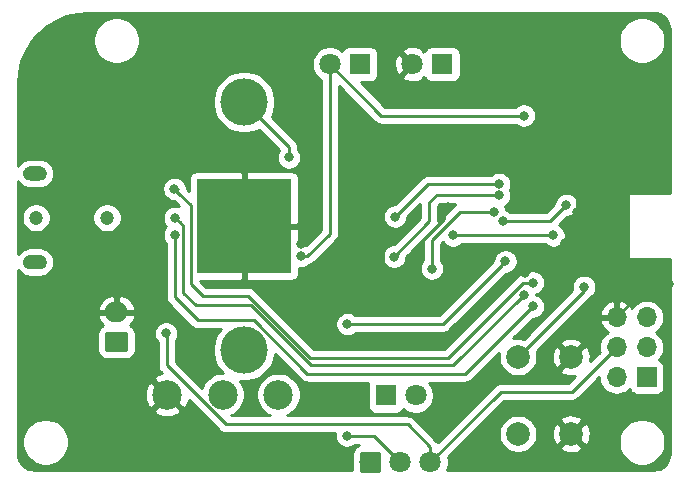
<source format=gbl>
G04 #@! TF.GenerationSoftware,KiCad,Pcbnew,(5.1.0)-1*
G04 #@! TF.CreationDate,2019-10-17T12:19:58+05:30*
G04 #@! TF.ProjectId,senseBe_rev4_main,73656e73-6542-4655-9f72-6576345f6d61,rev?*
G04 #@! TF.SameCoordinates,Original*
G04 #@! TF.FileFunction,Copper,L2,Bot*
G04 #@! TF.FilePolarity,Positive*
%FSLAX46Y46*%
G04 Gerber Fmt 4.6, Leading zero omitted, Abs format (unit mm)*
G04 Created by KiCad (PCBNEW (5.1.0)-1) date 2019-10-17 12:19:58*
%MOMM*%
%LPD*%
G04 APERTURE LIST*
%ADD10C,4.000000*%
%ADD11R,8.000000X8.000000*%
%ADD12C,0.100000*%
%ADD13C,1.700000*%
%ADD14O,2.000000X1.700000*%
%ADD15C,1.800000*%
%ADD16R,1.800000X1.800000*%
%ADD17C,1.200000*%
%ADD18R,1.700000X1.700000*%
%ADD19O,1.700000X1.700000*%
%ADD20C,2.500000*%
%ADD21C,2.000000*%
%ADD22C,0.800000*%
%ADD23C,0.250000*%
%ADD24C,0.254000*%
G04 APERTURE END LIST*
D10*
X29800000Y-39200000D03*
X29800000Y-18200000D03*
D11*
X29800000Y-28700000D03*
D12*
G36*
X19774504Y-37651204D02*
G01*
X19798773Y-37654804D01*
X19822571Y-37660765D01*
X19845671Y-37669030D01*
X19867849Y-37679520D01*
X19888893Y-37692133D01*
X19908598Y-37706747D01*
X19926777Y-37723223D01*
X19943253Y-37741402D01*
X19957867Y-37761107D01*
X19970480Y-37782151D01*
X19980970Y-37804329D01*
X19989235Y-37827429D01*
X19995196Y-37851227D01*
X19998796Y-37875496D01*
X20000000Y-37900000D01*
X20000000Y-39100000D01*
X19998796Y-39124504D01*
X19995196Y-39148773D01*
X19989235Y-39172571D01*
X19980970Y-39195671D01*
X19970480Y-39217849D01*
X19957867Y-39238893D01*
X19943253Y-39258598D01*
X19926777Y-39276777D01*
X19908598Y-39293253D01*
X19888893Y-39307867D01*
X19867849Y-39320480D01*
X19845671Y-39330970D01*
X19822571Y-39339235D01*
X19798773Y-39345196D01*
X19774504Y-39348796D01*
X19750000Y-39350000D01*
X18250000Y-39350000D01*
X18225496Y-39348796D01*
X18201227Y-39345196D01*
X18177429Y-39339235D01*
X18154329Y-39330970D01*
X18132151Y-39320480D01*
X18111107Y-39307867D01*
X18091402Y-39293253D01*
X18073223Y-39276777D01*
X18056747Y-39258598D01*
X18042133Y-39238893D01*
X18029520Y-39217849D01*
X18019030Y-39195671D01*
X18010765Y-39172571D01*
X18004804Y-39148773D01*
X18001204Y-39124504D01*
X18000000Y-39100000D01*
X18000000Y-37900000D01*
X18001204Y-37875496D01*
X18004804Y-37851227D01*
X18010765Y-37827429D01*
X18019030Y-37804329D01*
X18029520Y-37782151D01*
X18042133Y-37761107D01*
X18056747Y-37741402D01*
X18073223Y-37723223D01*
X18091402Y-37706747D01*
X18111107Y-37692133D01*
X18132151Y-37679520D01*
X18154329Y-37669030D01*
X18177429Y-37660765D01*
X18201227Y-37654804D01*
X18225496Y-37651204D01*
X18250000Y-37650000D01*
X19750000Y-37650000D01*
X19774504Y-37651204D01*
X19774504Y-37651204D01*
G37*
D13*
X19000000Y-38500000D03*
D14*
X19000000Y-36000000D03*
D15*
X44060000Y-15000000D03*
D16*
X46600000Y-15000000D03*
X39600000Y-15000000D03*
D15*
X37060000Y-15000000D03*
D12*
G36*
X12558810Y-31152888D02*
G01*
X12617054Y-31161528D01*
X12674171Y-31175835D01*
X12729610Y-31195671D01*
X12782838Y-31220846D01*
X12833342Y-31251117D01*
X12880636Y-31286193D01*
X12924264Y-31325735D01*
X12963806Y-31369363D01*
X12998882Y-31416657D01*
X13029153Y-31467161D01*
X13054328Y-31520389D01*
X13074164Y-31575828D01*
X13088471Y-31632945D01*
X13097111Y-31691189D01*
X13100000Y-31749999D01*
X13100000Y-31750001D01*
X13097111Y-31808811D01*
X13088471Y-31867055D01*
X13074164Y-31924172D01*
X13054328Y-31979611D01*
X13029153Y-32032839D01*
X12998882Y-32083343D01*
X12963806Y-32130637D01*
X12924264Y-32174265D01*
X12880636Y-32213807D01*
X12833342Y-32248883D01*
X12782838Y-32279154D01*
X12729610Y-32304329D01*
X12674171Y-32324165D01*
X12617054Y-32338472D01*
X12558810Y-32347112D01*
X12500000Y-32350001D01*
X11700000Y-32350001D01*
X11641190Y-32347112D01*
X11582946Y-32338472D01*
X11525829Y-32324165D01*
X11470390Y-32304329D01*
X11417162Y-32279154D01*
X11366658Y-32248883D01*
X11319364Y-32213807D01*
X11275736Y-32174265D01*
X11236194Y-32130637D01*
X11201118Y-32083343D01*
X11170847Y-32032839D01*
X11145672Y-31979611D01*
X11125836Y-31924172D01*
X11111529Y-31867055D01*
X11102889Y-31808811D01*
X11100000Y-31750001D01*
X11100000Y-31749999D01*
X11102889Y-31691189D01*
X11111529Y-31632945D01*
X11125836Y-31575828D01*
X11145672Y-31520389D01*
X11170847Y-31467161D01*
X11201118Y-31416657D01*
X11236194Y-31369363D01*
X11275736Y-31325735D01*
X11319364Y-31286193D01*
X11366658Y-31251117D01*
X11417162Y-31220846D01*
X11470390Y-31195671D01*
X11525829Y-31175835D01*
X11582946Y-31161528D01*
X11641190Y-31152888D01*
X11700000Y-31149999D01*
X12500000Y-31149999D01*
X12558810Y-31152888D01*
X12558810Y-31152888D01*
G37*
D17*
X12100000Y-31750000D03*
D12*
G36*
X12558810Y-23652888D02*
G01*
X12617054Y-23661528D01*
X12674171Y-23675835D01*
X12729610Y-23695671D01*
X12782838Y-23720846D01*
X12833342Y-23751117D01*
X12880636Y-23786193D01*
X12924264Y-23825735D01*
X12963806Y-23869363D01*
X12998882Y-23916657D01*
X13029153Y-23967161D01*
X13054328Y-24020389D01*
X13074164Y-24075828D01*
X13088471Y-24132945D01*
X13097111Y-24191189D01*
X13100000Y-24249999D01*
X13100000Y-24250001D01*
X13097111Y-24308811D01*
X13088471Y-24367055D01*
X13074164Y-24424172D01*
X13054328Y-24479611D01*
X13029153Y-24532839D01*
X12998882Y-24583343D01*
X12963806Y-24630637D01*
X12924264Y-24674265D01*
X12880636Y-24713807D01*
X12833342Y-24748883D01*
X12782838Y-24779154D01*
X12729610Y-24804329D01*
X12674171Y-24824165D01*
X12617054Y-24838472D01*
X12558810Y-24847112D01*
X12500000Y-24850001D01*
X11700000Y-24850001D01*
X11641190Y-24847112D01*
X11582946Y-24838472D01*
X11525829Y-24824165D01*
X11470390Y-24804329D01*
X11417162Y-24779154D01*
X11366658Y-24748883D01*
X11319364Y-24713807D01*
X11275736Y-24674265D01*
X11236194Y-24630637D01*
X11201118Y-24583343D01*
X11170847Y-24532839D01*
X11145672Y-24479611D01*
X11125836Y-24424172D01*
X11111529Y-24367055D01*
X11102889Y-24308811D01*
X11100000Y-24250001D01*
X11100000Y-24249999D01*
X11102889Y-24191189D01*
X11111529Y-24132945D01*
X11125836Y-24075828D01*
X11145672Y-24020389D01*
X11170847Y-23967161D01*
X11201118Y-23916657D01*
X11236194Y-23869363D01*
X11275736Y-23825735D01*
X11319364Y-23786193D01*
X11366658Y-23751117D01*
X11417162Y-23720846D01*
X11470390Y-23695671D01*
X11525829Y-23675835D01*
X11582946Y-23661528D01*
X11641190Y-23652888D01*
X11700000Y-23649999D01*
X12500000Y-23649999D01*
X12558810Y-23652888D01*
X12558810Y-23652888D01*
G37*
D17*
X12100000Y-24250000D03*
X12200000Y-28000000D03*
X18200000Y-28000000D03*
D18*
X63900000Y-41500000D03*
D19*
X61360000Y-41500000D03*
X63900000Y-38960000D03*
X61360000Y-38960000D03*
X63900000Y-36420000D03*
X61360000Y-36420000D03*
D20*
X23300000Y-43000000D03*
X28000000Y-43000000D03*
X32700000Y-43000000D03*
D21*
X53000000Y-39800000D03*
X57500000Y-39800000D03*
X53000000Y-46300000D03*
X57500000Y-46300000D03*
D12*
G36*
X41174324Y-47801205D02*
G01*
X41198612Y-47804808D01*
X41222429Y-47810774D01*
X41245547Y-47819045D01*
X41267743Y-47829543D01*
X41288804Y-47842166D01*
X41308525Y-47856793D01*
X41326718Y-47873282D01*
X41343207Y-47891475D01*
X41357834Y-47911196D01*
X41370457Y-47932257D01*
X41380955Y-47954453D01*
X41389226Y-47977571D01*
X41395192Y-48001388D01*
X41398795Y-48025676D01*
X41400000Y-48050200D01*
X41400000Y-49349800D01*
X41398795Y-49374324D01*
X41395192Y-49398612D01*
X41389226Y-49422429D01*
X41380955Y-49445547D01*
X41370457Y-49467743D01*
X41357834Y-49488804D01*
X41343207Y-49508525D01*
X41326718Y-49526718D01*
X41308525Y-49543207D01*
X41288804Y-49557834D01*
X41267743Y-49570457D01*
X41245547Y-49580955D01*
X41222429Y-49589226D01*
X41198612Y-49595192D01*
X41174324Y-49598795D01*
X41149800Y-49600000D01*
X39850200Y-49600000D01*
X39825676Y-49598795D01*
X39801388Y-49595192D01*
X39777571Y-49589226D01*
X39754453Y-49580955D01*
X39732257Y-49570457D01*
X39711196Y-49557834D01*
X39691475Y-49543207D01*
X39673282Y-49526718D01*
X39656793Y-49508525D01*
X39642166Y-49488804D01*
X39629543Y-49467743D01*
X39619045Y-49445547D01*
X39610774Y-49422429D01*
X39604808Y-49398612D01*
X39601205Y-49374324D01*
X39600000Y-49349800D01*
X39600000Y-48050200D01*
X39601205Y-48025676D01*
X39604808Y-48001388D01*
X39610774Y-47977571D01*
X39619045Y-47954453D01*
X39629543Y-47932257D01*
X39642166Y-47911196D01*
X39656793Y-47891475D01*
X39673282Y-47873282D01*
X39691475Y-47856793D01*
X39711196Y-47842166D01*
X39732257Y-47829543D01*
X39754453Y-47819045D01*
X39777571Y-47810774D01*
X39801388Y-47804808D01*
X39825676Y-47801205D01*
X39850200Y-47800000D01*
X41149800Y-47800000D01*
X41174324Y-47801205D01*
X41174324Y-47801205D01*
G37*
D15*
X40500000Y-48700000D03*
X43040000Y-48700000D03*
X45580000Y-48700000D03*
D16*
X41800000Y-43050000D03*
D15*
X44340000Y-43050000D03*
D22*
X60150000Y-17500000D03*
X54750000Y-17550000D03*
X65800000Y-33650000D03*
X65500000Y-24400000D03*
X65500000Y-25200000D03*
X64700000Y-25200000D03*
X64700000Y-24400000D03*
X61500000Y-27500000D03*
X58000000Y-27500000D03*
X57000000Y-25000000D03*
X65500000Y-21250000D03*
X64700000Y-21250000D03*
X64700000Y-20450000D03*
X65500000Y-20450000D03*
X52750000Y-23200000D03*
X52750000Y-22000000D03*
X53950000Y-22000000D03*
X53550000Y-32700000D03*
X60000000Y-30000000D03*
X62450000Y-24800000D03*
X52786932Y-32786932D03*
X47100000Y-27100000D03*
X40300000Y-25500000D03*
X41600000Y-29600000D03*
X43900000Y-35200000D03*
X41900000Y-33300000D03*
X59324990Y-25666956D03*
X56949308Y-30175010D03*
X34600000Y-30200000D03*
X29000000Y-23000000D03*
X53500000Y-19350000D03*
X23200000Y-37800000D03*
X34600000Y-31250000D03*
X51000000Y-27475000D03*
X45700000Y-32300000D03*
X53500000Y-34500000D03*
X23950000Y-28000000D03*
X23900000Y-25550000D03*
X54250000Y-33499994D03*
X54250000Y-35500000D03*
X23950000Y-29450000D03*
X38550000Y-37000000D03*
X51932640Y-31687610D03*
X38500000Y-46450000D03*
X42500000Y-31300000D03*
X51400000Y-26100000D03*
X42600000Y-27900000D03*
X51400000Y-25149987D03*
X58600000Y-33850000D03*
X33600000Y-22900000D03*
X47500000Y-29500000D03*
X56000000Y-29500000D03*
X51700000Y-28300000D03*
X57100000Y-26900000D03*
D23*
X64130000Y-33650000D02*
X61360000Y-36420000D01*
X65800000Y-33650000D02*
X64130000Y-33650000D01*
X65500000Y-24400000D02*
X65500000Y-25200000D01*
X64700000Y-25200000D02*
X64700000Y-24400000D01*
X61500000Y-27500000D02*
X58000000Y-27500000D01*
X58000000Y-27500000D02*
X58000000Y-26000000D01*
X58000000Y-26000000D02*
X57000000Y-25000000D01*
X62850000Y-24400000D02*
X62450000Y-24800000D01*
X64700000Y-24400000D02*
X62850000Y-24400000D01*
X65500000Y-21250000D02*
X64700000Y-21250000D01*
X64700000Y-20450000D02*
X65500000Y-20450000D01*
X52750000Y-23200000D02*
X52750000Y-22000000D01*
X61500000Y-28500000D02*
X60000000Y-30000000D01*
X61500000Y-27500000D02*
X61500000Y-28500000D01*
X31900000Y-30750000D02*
X31950000Y-30800000D01*
X31950000Y-30800000D02*
X27500000Y-30800000D01*
X52873864Y-32700000D02*
X52786932Y-32786932D01*
X53550000Y-32700000D02*
X52873864Y-32700000D01*
X46700001Y-27499999D02*
X46700001Y-28099999D01*
X47100000Y-27100000D02*
X46700001Y-27499999D01*
X46700001Y-28099999D02*
X43900000Y-30900000D01*
X43900000Y-30900000D02*
X43900000Y-35200000D01*
X41600000Y-32900000D02*
X43900000Y-35200000D01*
X41600000Y-29600000D02*
X41600000Y-32900000D01*
X41600000Y-26800000D02*
X40300000Y-25500000D01*
X41600000Y-29600000D02*
X41600000Y-26800000D01*
X62450000Y-24800000D02*
X61583044Y-25666956D01*
X59890675Y-25666956D02*
X59324990Y-25666956D01*
X59666956Y-25666956D02*
X59324990Y-25666956D01*
X61500000Y-27500000D02*
X59666956Y-25666956D01*
X61583044Y-25666956D02*
X59890675Y-25666956D01*
X58000000Y-29124318D02*
X57349307Y-29775011D01*
X57349307Y-29775011D02*
X56949308Y-30175010D01*
X58000000Y-27500000D02*
X58000000Y-29124318D01*
X37060000Y-15000000D02*
X41410000Y-19350000D01*
X41410000Y-19350000D02*
X53500000Y-19350000D01*
X45580000Y-48700000D02*
X51530000Y-42750000D01*
X57570000Y-42750000D02*
X61360000Y-38960000D01*
X51530000Y-42750000D02*
X57570000Y-42750000D01*
X45580000Y-47427208D02*
X43652792Y-45500000D01*
X45580000Y-48700000D02*
X45580000Y-47427208D01*
X43652792Y-45500000D02*
X31200000Y-45500000D01*
X23250000Y-40507002D02*
X28242998Y-45500000D01*
X28242998Y-45500000D02*
X31200000Y-45500000D01*
X23250000Y-40507002D02*
X23250000Y-37850000D01*
X23250000Y-37850000D02*
X23200000Y-37800000D01*
X37060000Y-16272792D02*
X37060000Y-15000000D01*
X37060000Y-29355685D02*
X37060000Y-16272792D01*
X35165685Y-31250000D02*
X37060000Y-29355685D01*
X34600000Y-31250000D02*
X35165685Y-31250000D01*
X51000000Y-27475000D02*
X48125000Y-27475000D01*
X48125000Y-27475000D02*
X45700000Y-29900000D01*
X45700000Y-29900000D02*
X45700000Y-32300000D01*
X24675001Y-28725001D02*
X24349999Y-28399999D01*
X35465700Y-40500000D02*
X30365700Y-35400000D01*
X47500000Y-40500000D02*
X35465700Y-40500000D01*
X25700000Y-35400000D02*
X24675001Y-34375001D01*
X24349999Y-28399999D02*
X23950000Y-28000000D01*
X30365700Y-35400000D02*
X25700000Y-35400000D01*
X53500000Y-34500000D02*
X47500000Y-40500000D01*
X24675001Y-34375001D02*
X24675001Y-28725001D01*
X24200000Y-25550000D02*
X23900000Y-25550000D01*
X25300000Y-26950000D02*
X24299999Y-25949999D01*
X25300000Y-33600000D02*
X25300000Y-26950000D01*
X24299999Y-25949999D02*
X23900000Y-25550000D01*
X53427004Y-33499994D02*
X47076998Y-39850000D01*
X47076998Y-39850000D02*
X35381400Y-39850000D01*
X30131400Y-34600000D02*
X26300000Y-34600000D01*
X54250000Y-33499994D02*
X53427004Y-33499994D01*
X26300000Y-34600000D02*
X25300000Y-33600000D01*
X35381400Y-39850000D02*
X30131400Y-34600000D01*
X48750000Y-41000000D02*
X54250000Y-35500000D01*
X23950000Y-34750000D02*
X25900000Y-36700000D01*
X23950000Y-29450000D02*
X23950000Y-34750000D01*
X48550000Y-41200000D02*
X48750000Y-41000000D01*
X30667002Y-36700000D02*
X35167002Y-41200000D01*
X25900000Y-36700000D02*
X30667002Y-36700000D01*
X35167002Y-41200000D02*
X48550000Y-41200000D01*
X51532641Y-32087609D02*
X51932640Y-31687610D01*
X46620250Y-37000000D02*
X51532641Y-32087609D01*
X38550000Y-37000000D02*
X46620250Y-37000000D01*
X40790000Y-46450000D02*
X43040000Y-48700000D01*
X38500000Y-46450000D02*
X40790000Y-46450000D01*
X42500000Y-31300000D02*
X45500000Y-28300000D01*
X45500000Y-28300000D02*
X45500000Y-26700000D01*
X46100000Y-26100000D02*
X51400000Y-26100000D01*
X45500000Y-26700000D02*
X46100000Y-26100000D01*
X42600000Y-27900000D02*
X45350013Y-25149987D01*
X45350013Y-25149987D02*
X50834315Y-25149987D01*
X50834315Y-25149987D02*
X51400000Y-25149987D01*
X53000000Y-39800000D02*
X58600000Y-34200000D01*
X58600000Y-34200000D02*
X58600000Y-33850000D01*
X29800000Y-18200000D02*
X33600000Y-22000000D01*
X33600000Y-22000000D02*
X33600000Y-22900000D01*
X47500000Y-29500000D02*
X55200000Y-29500000D01*
X55200000Y-29500000D02*
X56000000Y-29500000D01*
X51700000Y-28300000D02*
X55500000Y-28300000D01*
X55500000Y-28300000D02*
X55700000Y-28300000D01*
X55700000Y-28300000D02*
X57100000Y-26900000D01*
D24*
G36*
X64759659Y-10688625D02*
G01*
X65009429Y-10764035D01*
X65239792Y-10886522D01*
X65441980Y-11051422D01*
X65608286Y-11252450D01*
X65732378Y-11481954D01*
X65809531Y-11731195D01*
X65840001Y-12021098D01*
X65840001Y-25873000D01*
X62450000Y-25873000D01*
X62425224Y-25875440D01*
X62401399Y-25882667D01*
X62379443Y-25894403D01*
X62360197Y-25910197D01*
X62344403Y-25929443D01*
X62332667Y-25951399D01*
X62325440Y-25975224D01*
X62323000Y-26000000D01*
X62323000Y-31350000D01*
X62325440Y-31374776D01*
X62332667Y-31398601D01*
X62344403Y-31420557D01*
X62360197Y-31439803D01*
X62379443Y-31455597D01*
X62401399Y-31467333D01*
X62425224Y-31474560D01*
X62450000Y-31477000D01*
X65840000Y-31477000D01*
X65840000Y-47967721D01*
X65811375Y-48259660D01*
X65735965Y-48509429D01*
X65613477Y-48739794D01*
X65448579Y-48941979D01*
X65247546Y-49108288D01*
X65018046Y-49232378D01*
X64768805Y-49309531D01*
X64478911Y-49340000D01*
X46976375Y-49340000D01*
X47056011Y-49147743D01*
X47115000Y-48851184D01*
X47115000Y-48548816D01*
X47063731Y-48291070D01*
X49215834Y-46138967D01*
X51365000Y-46138967D01*
X51365000Y-46461033D01*
X51427832Y-46776912D01*
X51551082Y-47074463D01*
X51730013Y-47342252D01*
X51957748Y-47569987D01*
X52225537Y-47748918D01*
X52523088Y-47872168D01*
X52838967Y-47935000D01*
X53161033Y-47935000D01*
X53476912Y-47872168D01*
X53774463Y-47748918D01*
X54042252Y-47569987D01*
X54176826Y-47435413D01*
X56544192Y-47435413D01*
X56639956Y-47699814D01*
X56929571Y-47840704D01*
X57241108Y-47922384D01*
X57562595Y-47941718D01*
X57881675Y-47897961D01*
X58186088Y-47792795D01*
X58360044Y-47699814D01*
X58455808Y-47435413D01*
X57500000Y-46479605D01*
X56544192Y-47435413D01*
X54176826Y-47435413D01*
X54269987Y-47342252D01*
X54448918Y-47074463D01*
X54572168Y-46776912D01*
X54635000Y-46461033D01*
X54635000Y-46362595D01*
X55858282Y-46362595D01*
X55902039Y-46681675D01*
X56007205Y-46986088D01*
X56100186Y-47160044D01*
X56364587Y-47255808D01*
X57320395Y-46300000D01*
X57679605Y-46300000D01*
X58635413Y-47255808D01*
X58899814Y-47160044D01*
X59040704Y-46870429D01*
X59057990Y-46804495D01*
X61515000Y-46804495D01*
X61515000Y-47195505D01*
X61591282Y-47579003D01*
X61740915Y-47940250D01*
X61958149Y-48265364D01*
X62234636Y-48541851D01*
X62559750Y-48759085D01*
X62920997Y-48908718D01*
X63304495Y-48985000D01*
X63695505Y-48985000D01*
X64079003Y-48908718D01*
X64440250Y-48759085D01*
X64765364Y-48541851D01*
X65041851Y-48265364D01*
X65259085Y-47940250D01*
X65408718Y-47579003D01*
X65485000Y-47195505D01*
X65485000Y-46804495D01*
X65408718Y-46420997D01*
X65259085Y-46059750D01*
X65041851Y-45734636D01*
X64765364Y-45458149D01*
X64440250Y-45240915D01*
X64079003Y-45091282D01*
X63695505Y-45015000D01*
X63304495Y-45015000D01*
X62920997Y-45091282D01*
X62559750Y-45240915D01*
X62234636Y-45458149D01*
X61958149Y-45734636D01*
X61740915Y-46059750D01*
X61591282Y-46420997D01*
X61515000Y-46804495D01*
X59057990Y-46804495D01*
X59122384Y-46558892D01*
X59141718Y-46237405D01*
X59097961Y-45918325D01*
X58992795Y-45613912D01*
X58899814Y-45439956D01*
X58635413Y-45344192D01*
X57679605Y-46300000D01*
X57320395Y-46300000D01*
X56364587Y-45344192D01*
X56100186Y-45439956D01*
X55959296Y-45729571D01*
X55877616Y-46041108D01*
X55858282Y-46362595D01*
X54635000Y-46362595D01*
X54635000Y-46138967D01*
X54572168Y-45823088D01*
X54448918Y-45525537D01*
X54269987Y-45257748D01*
X54176826Y-45164587D01*
X56544192Y-45164587D01*
X57500000Y-46120395D01*
X58455808Y-45164587D01*
X58360044Y-44900186D01*
X58070429Y-44759296D01*
X57758892Y-44677616D01*
X57437405Y-44658282D01*
X57118325Y-44702039D01*
X56813912Y-44807205D01*
X56639956Y-44900186D01*
X56544192Y-45164587D01*
X54176826Y-45164587D01*
X54042252Y-45030013D01*
X53774463Y-44851082D01*
X53476912Y-44727832D01*
X53161033Y-44665000D01*
X52838967Y-44665000D01*
X52523088Y-44727832D01*
X52225537Y-44851082D01*
X51957748Y-45030013D01*
X51730013Y-45257748D01*
X51551082Y-45525537D01*
X51427832Y-45823088D01*
X51365000Y-46138967D01*
X49215834Y-46138967D01*
X51844802Y-43510000D01*
X57532678Y-43510000D01*
X57570000Y-43513676D01*
X57607322Y-43510000D01*
X57607333Y-43510000D01*
X57718986Y-43499003D01*
X57862247Y-43455546D01*
X57994276Y-43384974D01*
X58110001Y-43290001D01*
X58133804Y-43260997D01*
X59870235Y-41524567D01*
X59896487Y-41791111D01*
X59981401Y-42071034D01*
X60119294Y-42329014D01*
X60304866Y-42555134D01*
X60530986Y-42740706D01*
X60788966Y-42878599D01*
X61068889Y-42963513D01*
X61287050Y-42985000D01*
X61432950Y-42985000D01*
X61651111Y-42963513D01*
X61931034Y-42878599D01*
X62189014Y-42740706D01*
X62415134Y-42555134D01*
X62439607Y-42525313D01*
X62460498Y-42594180D01*
X62519463Y-42704494D01*
X62598815Y-42801185D01*
X62695506Y-42880537D01*
X62805820Y-42939502D01*
X62925518Y-42975812D01*
X63050000Y-42988072D01*
X64750000Y-42988072D01*
X64874482Y-42975812D01*
X64994180Y-42939502D01*
X65104494Y-42880537D01*
X65201185Y-42801185D01*
X65280537Y-42704494D01*
X65339502Y-42594180D01*
X65375812Y-42474482D01*
X65388072Y-42350000D01*
X65388072Y-40650000D01*
X65375812Y-40525518D01*
X65339502Y-40405820D01*
X65280537Y-40295506D01*
X65201185Y-40198815D01*
X65104494Y-40119463D01*
X64994180Y-40060498D01*
X64925313Y-40039607D01*
X64955134Y-40015134D01*
X65140706Y-39789014D01*
X65278599Y-39531034D01*
X65363513Y-39251111D01*
X65392185Y-38960000D01*
X65363513Y-38668889D01*
X65278599Y-38388966D01*
X65140706Y-38130986D01*
X64955134Y-37904866D01*
X64729014Y-37719294D01*
X64674209Y-37690000D01*
X64729014Y-37660706D01*
X64955134Y-37475134D01*
X65140706Y-37249014D01*
X65278599Y-36991034D01*
X65363513Y-36711111D01*
X65392185Y-36420000D01*
X65363513Y-36128889D01*
X65278599Y-35848966D01*
X65140706Y-35590986D01*
X64955134Y-35364866D01*
X64729014Y-35179294D01*
X64471034Y-35041401D01*
X64191111Y-34956487D01*
X63972950Y-34935000D01*
X63827050Y-34935000D01*
X63608889Y-34956487D01*
X63328966Y-35041401D01*
X63070986Y-35179294D01*
X62844866Y-35364866D01*
X62659294Y-35590986D01*
X62628416Y-35648756D01*
X62457588Y-35419731D01*
X62241355Y-35224822D01*
X61991252Y-35075843D01*
X61716891Y-34978519D01*
X61487000Y-35099186D01*
X61487000Y-36293000D01*
X61507000Y-36293000D01*
X61507000Y-36547000D01*
X61487000Y-36547000D01*
X61487000Y-36567000D01*
X61233000Y-36567000D01*
X61233000Y-36547000D01*
X60039845Y-36547000D01*
X59918524Y-36776890D01*
X59963175Y-36924099D01*
X60088359Y-37186920D01*
X60262412Y-37420269D01*
X60478645Y-37615178D01*
X60595523Y-37684799D01*
X60530986Y-37719294D01*
X60304866Y-37904866D01*
X60119294Y-38130986D01*
X59981401Y-38388966D01*
X59896487Y-38668889D01*
X59867815Y-38960000D01*
X59896487Y-39251111D01*
X59919203Y-39325995D01*
X59099669Y-40145529D01*
X59122384Y-40058892D01*
X59141718Y-39737405D01*
X59097961Y-39418325D01*
X58992795Y-39113912D01*
X58899814Y-38939956D01*
X58635413Y-38844192D01*
X57679605Y-39800000D01*
X57693748Y-39814143D01*
X57514143Y-39993748D01*
X57500000Y-39979605D01*
X56544192Y-40935413D01*
X56639956Y-41199814D01*
X56929571Y-41340704D01*
X57241108Y-41422384D01*
X57562595Y-41441718D01*
X57841764Y-41403434D01*
X57255199Y-41990000D01*
X51567325Y-41990000D01*
X51530000Y-41986324D01*
X51492675Y-41990000D01*
X51492667Y-41990000D01*
X51381014Y-42000997D01*
X51237753Y-42044454D01*
X51105724Y-42115026D01*
X50989999Y-42209999D01*
X50966201Y-42238997D01*
X46209246Y-46995953D01*
X46120001Y-46887207D01*
X46091003Y-46863409D01*
X44216596Y-44989003D01*
X44192793Y-44959999D01*
X44077068Y-44865026D01*
X43945039Y-44794454D01*
X43801778Y-44750997D01*
X43690125Y-44740000D01*
X43690114Y-44740000D01*
X43652792Y-44736324D01*
X43615470Y-44740000D01*
X33425012Y-44740000D01*
X33592882Y-44670466D01*
X33901618Y-44464175D01*
X34164175Y-44201618D01*
X34370466Y-43892882D01*
X34512561Y-43549834D01*
X34585000Y-43185656D01*
X34585000Y-42814344D01*
X34512561Y-42450166D01*
X34370466Y-42107118D01*
X34164175Y-41798382D01*
X33901618Y-41535825D01*
X33592882Y-41329534D01*
X33249834Y-41187439D01*
X32885656Y-41115000D01*
X32514344Y-41115000D01*
X32150166Y-41187439D01*
X31807118Y-41329534D01*
X31498382Y-41535825D01*
X31235825Y-41798382D01*
X31029534Y-42107118D01*
X30887439Y-42450166D01*
X30815000Y-42814344D01*
X30815000Y-43185656D01*
X30887439Y-43549834D01*
X31029534Y-43892882D01*
X31235825Y-44201618D01*
X31498382Y-44464175D01*
X31807118Y-44670466D01*
X31974988Y-44740000D01*
X28725012Y-44740000D01*
X28892882Y-44670466D01*
X29201618Y-44464175D01*
X29464175Y-44201618D01*
X29670466Y-43892882D01*
X29812561Y-43549834D01*
X29885000Y-43185656D01*
X29885000Y-42814344D01*
X29812561Y-42450166D01*
X29670466Y-42107118D01*
X29480697Y-41823110D01*
X29540475Y-41835000D01*
X30059525Y-41835000D01*
X30568601Y-41733739D01*
X31048141Y-41535107D01*
X31479715Y-41246738D01*
X31846738Y-40879715D01*
X32135107Y-40448141D01*
X32333739Y-39968601D01*
X32421184Y-39528983D01*
X34603203Y-41711003D01*
X34627001Y-41740001D01*
X34655999Y-41763799D01*
X34742725Y-41834974D01*
X34874755Y-41905546D01*
X35018016Y-41949003D01*
X35129669Y-41960000D01*
X35129678Y-41960000D01*
X35167001Y-41963676D01*
X35204324Y-41960000D01*
X40294063Y-41960000D01*
X40274188Y-42025518D01*
X40261928Y-42150000D01*
X40261928Y-43950000D01*
X40274188Y-44074482D01*
X40310498Y-44194180D01*
X40369463Y-44304494D01*
X40448815Y-44401185D01*
X40545506Y-44480537D01*
X40655820Y-44539502D01*
X40775518Y-44575812D01*
X40900000Y-44588072D01*
X42700000Y-44588072D01*
X42824482Y-44575812D01*
X42944180Y-44539502D01*
X43054494Y-44480537D01*
X43151185Y-44401185D01*
X43230537Y-44304494D01*
X43289502Y-44194180D01*
X43295056Y-44175873D01*
X43361495Y-44242312D01*
X43612905Y-44410299D01*
X43892257Y-44526011D01*
X44188816Y-44585000D01*
X44491184Y-44585000D01*
X44787743Y-44526011D01*
X45067095Y-44410299D01*
X45318505Y-44242312D01*
X45532312Y-44028505D01*
X45700299Y-43777095D01*
X45816011Y-43497743D01*
X45875000Y-43201184D01*
X45875000Y-42898816D01*
X45816011Y-42602257D01*
X45700299Y-42322905D01*
X45532312Y-42071495D01*
X45420817Y-41960000D01*
X48512678Y-41960000D01*
X48550000Y-41963676D01*
X48587322Y-41960000D01*
X48587333Y-41960000D01*
X48698986Y-41949003D01*
X48842247Y-41905546D01*
X48974276Y-41834974D01*
X49090001Y-41740001D01*
X49113804Y-41710997D01*
X51409487Y-39415314D01*
X51365000Y-39638967D01*
X51365000Y-39961033D01*
X51427832Y-40276912D01*
X51551082Y-40574463D01*
X51730013Y-40842252D01*
X51957748Y-41069987D01*
X52225537Y-41248918D01*
X52523088Y-41372168D01*
X52838967Y-41435000D01*
X53161033Y-41435000D01*
X53476912Y-41372168D01*
X53774463Y-41248918D01*
X54042252Y-41069987D01*
X54269987Y-40842252D01*
X54448918Y-40574463D01*
X54572168Y-40276912D01*
X54635000Y-39961033D01*
X54635000Y-39862595D01*
X55858282Y-39862595D01*
X55902039Y-40181675D01*
X56007205Y-40486088D01*
X56100186Y-40660044D01*
X56364587Y-40755808D01*
X57320395Y-39800000D01*
X56364587Y-38844192D01*
X56100186Y-38939956D01*
X55959296Y-39229571D01*
X55877616Y-39541108D01*
X55858282Y-39862595D01*
X54635000Y-39862595D01*
X54635000Y-39638967D01*
X54572168Y-39323088D01*
X54566177Y-39308624D01*
X55210214Y-38664587D01*
X56544192Y-38664587D01*
X57500000Y-39620395D01*
X58455808Y-38664587D01*
X58360044Y-38400186D01*
X58070429Y-38259296D01*
X57758892Y-38177616D01*
X57437405Y-38158282D01*
X57118325Y-38202039D01*
X56813912Y-38307205D01*
X56639956Y-38400186D01*
X56544192Y-38664587D01*
X55210214Y-38664587D01*
X57811691Y-36063110D01*
X59918524Y-36063110D01*
X60039845Y-36293000D01*
X61233000Y-36293000D01*
X61233000Y-35099186D01*
X61003109Y-34978519D01*
X60728748Y-35075843D01*
X60478645Y-35224822D01*
X60262412Y-35419731D01*
X60088359Y-35653080D01*
X59963175Y-35915901D01*
X59918524Y-36063110D01*
X57811691Y-36063110D01*
X59111004Y-34763798D01*
X59140001Y-34740001D01*
X59150966Y-34726640D01*
X59259774Y-34653937D01*
X59403937Y-34509774D01*
X59517205Y-34340256D01*
X59595226Y-34151898D01*
X59635000Y-33951939D01*
X59635000Y-33748061D01*
X59595226Y-33548102D01*
X59517205Y-33359744D01*
X59403937Y-33190226D01*
X59259774Y-33046063D01*
X59090256Y-32932795D01*
X58901898Y-32854774D01*
X58701939Y-32815000D01*
X58498061Y-32815000D01*
X58298102Y-32854774D01*
X58109744Y-32932795D01*
X57940226Y-33046063D01*
X57796063Y-33190226D01*
X57682795Y-33359744D01*
X57604774Y-33548102D01*
X57565000Y-33748061D01*
X57565000Y-33951939D01*
X57599552Y-34125646D01*
X53491376Y-38233823D01*
X53476912Y-38227832D01*
X53161033Y-38165000D01*
X52838967Y-38165000D01*
X52615315Y-38209487D01*
X54289802Y-36535000D01*
X54351939Y-36535000D01*
X54551898Y-36495226D01*
X54740256Y-36417205D01*
X54909774Y-36303937D01*
X55053937Y-36159774D01*
X55167205Y-35990256D01*
X55245226Y-35801898D01*
X55285000Y-35601939D01*
X55285000Y-35398061D01*
X55245226Y-35198102D01*
X55167205Y-35009744D01*
X55053937Y-34840226D01*
X54909774Y-34696063D01*
X54740256Y-34582795D01*
X54551898Y-34504774D01*
X54535000Y-34501413D01*
X54535000Y-34498581D01*
X54551898Y-34495220D01*
X54740256Y-34417199D01*
X54909774Y-34303931D01*
X55053937Y-34159768D01*
X55167205Y-33990250D01*
X55245226Y-33801892D01*
X55285000Y-33601933D01*
X55285000Y-33398055D01*
X55245226Y-33198096D01*
X55167205Y-33009738D01*
X55053937Y-32840220D01*
X54909774Y-32696057D01*
X54740256Y-32582789D01*
X54551898Y-32504768D01*
X54351939Y-32464994D01*
X54148061Y-32464994D01*
X53948102Y-32504768D01*
X53759744Y-32582789D01*
X53590226Y-32696057D01*
X53546289Y-32739994D01*
X53464337Y-32739994D01*
X53427004Y-32736317D01*
X53389671Y-32739994D01*
X53278018Y-32750991D01*
X53134757Y-32794448D01*
X53002728Y-32865020D01*
X52887003Y-32959993D01*
X52863205Y-32988991D01*
X46762197Y-39090000D01*
X35696202Y-39090000D01*
X33504263Y-36898061D01*
X37515000Y-36898061D01*
X37515000Y-37101939D01*
X37554774Y-37301898D01*
X37632795Y-37490256D01*
X37746063Y-37659774D01*
X37890226Y-37803937D01*
X38059744Y-37917205D01*
X38248102Y-37995226D01*
X38448061Y-38035000D01*
X38651939Y-38035000D01*
X38851898Y-37995226D01*
X39040256Y-37917205D01*
X39209774Y-37803937D01*
X39253711Y-37760000D01*
X46582928Y-37760000D01*
X46620250Y-37763676D01*
X46657572Y-37760000D01*
X46657583Y-37760000D01*
X46769236Y-37749003D01*
X46912497Y-37705546D01*
X47044526Y-37634974D01*
X47160251Y-37540001D01*
X47184054Y-37510997D01*
X51972442Y-32722610D01*
X52034579Y-32722610D01*
X52234538Y-32682836D01*
X52422896Y-32604815D01*
X52592414Y-32491547D01*
X52736577Y-32347384D01*
X52849845Y-32177866D01*
X52927866Y-31989508D01*
X52967640Y-31789549D01*
X52967640Y-31585671D01*
X52927866Y-31385712D01*
X52849845Y-31197354D01*
X52736577Y-31027836D01*
X52592414Y-30883673D01*
X52422896Y-30770405D01*
X52234538Y-30692384D01*
X52034579Y-30652610D01*
X51830701Y-30652610D01*
X51630742Y-30692384D01*
X51442384Y-30770405D01*
X51272866Y-30883673D01*
X51128703Y-31027836D01*
X51015435Y-31197354D01*
X50937414Y-31385712D01*
X50897640Y-31585671D01*
X50897640Y-31647808D01*
X46305449Y-36240000D01*
X39253711Y-36240000D01*
X39209774Y-36196063D01*
X39040256Y-36082795D01*
X38851898Y-36004774D01*
X38651939Y-35965000D01*
X38448061Y-35965000D01*
X38248102Y-36004774D01*
X38059744Y-36082795D01*
X37890226Y-36196063D01*
X37746063Y-36340226D01*
X37632795Y-36509744D01*
X37554774Y-36698102D01*
X37515000Y-36898061D01*
X33504263Y-36898061D01*
X30695204Y-34089003D01*
X30671401Y-34059999D01*
X30555676Y-33965026D01*
X30423647Y-33894454D01*
X30280386Y-33850997D01*
X30168733Y-33840000D01*
X30168722Y-33840000D01*
X30131400Y-33836324D01*
X30094078Y-33840000D01*
X26614802Y-33840000D01*
X26112615Y-33337813D01*
X29514250Y-33335000D01*
X29673000Y-33176250D01*
X29673000Y-28827000D01*
X29927000Y-28827000D01*
X29927000Y-33176250D01*
X30085750Y-33335000D01*
X33800000Y-33338072D01*
X33924482Y-33325812D01*
X34044180Y-33289502D01*
X34154494Y-33230537D01*
X34251185Y-33151185D01*
X34330537Y-33054494D01*
X34389502Y-32944180D01*
X34425812Y-32824482D01*
X34438072Y-32700000D01*
X34437719Y-32272997D01*
X34498061Y-32285000D01*
X34701939Y-32285000D01*
X34901898Y-32245226D01*
X35090256Y-32167205D01*
X35259774Y-32053937D01*
X35314724Y-31998987D01*
X35457932Y-31955546D01*
X35589961Y-31884974D01*
X35705686Y-31790001D01*
X35729489Y-31760997D01*
X36292425Y-31198061D01*
X41465000Y-31198061D01*
X41465000Y-31401939D01*
X41504774Y-31601898D01*
X41582795Y-31790256D01*
X41696063Y-31959774D01*
X41840226Y-32103937D01*
X42009744Y-32217205D01*
X42198102Y-32295226D01*
X42398061Y-32335000D01*
X42601939Y-32335000D01*
X42801898Y-32295226D01*
X42990256Y-32217205D01*
X43159774Y-32103937D01*
X43303937Y-31959774D01*
X43417205Y-31790256D01*
X43495226Y-31601898D01*
X43535000Y-31401939D01*
X43535000Y-31339801D01*
X44939774Y-29935028D01*
X44940000Y-29937323D01*
X44940001Y-31596288D01*
X44896063Y-31640226D01*
X44782795Y-31809744D01*
X44704774Y-31998102D01*
X44665000Y-32198061D01*
X44665000Y-32401939D01*
X44704774Y-32601898D01*
X44782795Y-32790256D01*
X44896063Y-32959774D01*
X45040226Y-33103937D01*
X45209744Y-33217205D01*
X45398102Y-33295226D01*
X45598061Y-33335000D01*
X45801939Y-33335000D01*
X46001898Y-33295226D01*
X46190256Y-33217205D01*
X46359774Y-33103937D01*
X46503937Y-32959774D01*
X46617205Y-32790256D01*
X46695226Y-32601898D01*
X46735000Y-32401939D01*
X46735000Y-32198061D01*
X46695226Y-31998102D01*
X46617205Y-31809744D01*
X46503937Y-31640226D01*
X46460000Y-31596289D01*
X46460000Y-30214801D01*
X46623550Y-30051251D01*
X46696063Y-30159774D01*
X46840226Y-30303937D01*
X47009744Y-30417205D01*
X47198102Y-30495226D01*
X47398061Y-30535000D01*
X47601939Y-30535000D01*
X47801898Y-30495226D01*
X47990256Y-30417205D01*
X48159774Y-30303937D01*
X48203711Y-30260000D01*
X55296289Y-30260000D01*
X55340226Y-30303937D01*
X55509744Y-30417205D01*
X55698102Y-30495226D01*
X55898061Y-30535000D01*
X56101939Y-30535000D01*
X56301898Y-30495226D01*
X56490256Y-30417205D01*
X56659774Y-30303937D01*
X56803937Y-30159774D01*
X56917205Y-29990256D01*
X56995226Y-29801898D01*
X57035000Y-29601939D01*
X57035000Y-29398061D01*
X56995226Y-29198102D01*
X56917205Y-29009744D01*
X56803937Y-28840226D01*
X56659774Y-28696063D01*
X56491305Y-28583496D01*
X57139802Y-27935000D01*
X57201939Y-27935000D01*
X57401898Y-27895226D01*
X57590256Y-27817205D01*
X57759774Y-27703937D01*
X57903937Y-27559774D01*
X58017205Y-27390256D01*
X58095226Y-27201898D01*
X58135000Y-27001939D01*
X58135000Y-26798061D01*
X58095226Y-26598102D01*
X58017205Y-26409744D01*
X57903937Y-26240226D01*
X57759774Y-26096063D01*
X57590256Y-25982795D01*
X57401898Y-25904774D01*
X57201939Y-25865000D01*
X56998061Y-25865000D01*
X56798102Y-25904774D01*
X56609744Y-25982795D01*
X56440226Y-26096063D01*
X56296063Y-26240226D01*
X56182795Y-26409744D01*
X56104774Y-26598102D01*
X56065000Y-26798061D01*
X56065000Y-26860198D01*
X55385199Y-27540000D01*
X52403711Y-27540000D01*
X52359774Y-27496063D01*
X52190256Y-27382795D01*
X52023170Y-27313585D01*
X51995226Y-27173102D01*
X51921894Y-26996065D01*
X52059774Y-26903937D01*
X52203937Y-26759774D01*
X52317205Y-26590256D01*
X52395226Y-26401898D01*
X52435000Y-26201939D01*
X52435000Y-25998061D01*
X52395226Y-25798102D01*
X52323522Y-25624994D01*
X52395226Y-25451885D01*
X52435000Y-25251926D01*
X52435000Y-25048048D01*
X52395226Y-24848089D01*
X52317205Y-24659731D01*
X52203937Y-24490213D01*
X52059774Y-24346050D01*
X51890256Y-24232782D01*
X51701898Y-24154761D01*
X51501939Y-24114987D01*
X51298061Y-24114987D01*
X51098102Y-24154761D01*
X50909744Y-24232782D01*
X50740226Y-24346050D01*
X50696289Y-24389987D01*
X45387338Y-24389987D01*
X45350013Y-24386311D01*
X45312688Y-24389987D01*
X45312680Y-24389987D01*
X45201027Y-24400984D01*
X45057766Y-24444441D01*
X44925737Y-24515013D01*
X44810012Y-24609986D01*
X44786214Y-24638984D01*
X42560199Y-26865000D01*
X42498061Y-26865000D01*
X42298102Y-26904774D01*
X42109744Y-26982795D01*
X41940226Y-27096063D01*
X41796063Y-27240226D01*
X41682795Y-27409744D01*
X41604774Y-27598102D01*
X41565000Y-27798061D01*
X41565000Y-28001939D01*
X41604774Y-28201898D01*
X41682795Y-28390256D01*
X41796063Y-28559774D01*
X41940226Y-28703937D01*
X42109744Y-28817205D01*
X42298102Y-28895226D01*
X42498061Y-28935000D01*
X42701939Y-28935000D01*
X42901898Y-28895226D01*
X43090256Y-28817205D01*
X43259774Y-28703937D01*
X43403937Y-28559774D01*
X43517205Y-28390256D01*
X43595226Y-28201898D01*
X43635000Y-28001939D01*
X43635000Y-27939801D01*
X44740001Y-26834801D01*
X44740000Y-27985198D01*
X42460199Y-30265000D01*
X42398061Y-30265000D01*
X42198102Y-30304774D01*
X42009744Y-30382795D01*
X41840226Y-30496063D01*
X41696063Y-30640226D01*
X41582795Y-30809744D01*
X41504774Y-30998102D01*
X41465000Y-31198061D01*
X36292425Y-31198061D01*
X37571004Y-29919483D01*
X37600001Y-29895686D01*
X37676971Y-29801898D01*
X37694974Y-29779962D01*
X37765546Y-29647932D01*
X37765546Y-29647931D01*
X37809003Y-29504671D01*
X37820000Y-29393018D01*
X37820000Y-29393008D01*
X37823676Y-29355685D01*
X37820000Y-29318362D01*
X37820000Y-16834801D01*
X40846201Y-19861003D01*
X40869999Y-19890001D01*
X40898997Y-19913799D01*
X40985723Y-19984974D01*
X41117753Y-20055546D01*
X41261014Y-20099003D01*
X41372667Y-20110000D01*
X41372677Y-20110000D01*
X41410000Y-20113676D01*
X41447322Y-20110000D01*
X52796289Y-20110000D01*
X52840226Y-20153937D01*
X53009744Y-20267205D01*
X53198102Y-20345226D01*
X53398061Y-20385000D01*
X53601939Y-20385000D01*
X53801898Y-20345226D01*
X53990256Y-20267205D01*
X54159774Y-20153937D01*
X54303937Y-20009774D01*
X54417205Y-19840256D01*
X54495226Y-19651898D01*
X54535000Y-19451939D01*
X54535000Y-19248061D01*
X54495226Y-19048102D01*
X54417205Y-18859744D01*
X54303937Y-18690226D01*
X54159774Y-18546063D01*
X53990256Y-18432795D01*
X53801898Y-18354774D01*
X53601939Y-18315000D01*
X53398061Y-18315000D01*
X53198102Y-18354774D01*
X53009744Y-18432795D01*
X52840226Y-18546063D01*
X52796289Y-18590000D01*
X41724802Y-18590000D01*
X39672873Y-16538072D01*
X40500000Y-16538072D01*
X40624482Y-16525812D01*
X40744180Y-16489502D01*
X40854494Y-16430537D01*
X40951185Y-16351185D01*
X41030537Y-16254494D01*
X41089502Y-16144180D01*
X41125812Y-16024482D01*
X41138072Y-15900000D01*
X41138072Y-15066553D01*
X42519009Y-15066553D01*
X42561603Y-15365907D01*
X42661778Y-15651199D01*
X42741739Y-15800792D01*
X42995920Y-15884475D01*
X43880395Y-15000000D01*
X42995920Y-14115525D01*
X42741739Y-14199208D01*
X42610842Y-14471775D01*
X42535635Y-14764642D01*
X42519009Y-15066553D01*
X41138072Y-15066553D01*
X41138072Y-14100000D01*
X41125812Y-13975518D01*
X41113801Y-13935920D01*
X43175525Y-13935920D01*
X44060000Y-14820395D01*
X44074143Y-14806253D01*
X44253748Y-14985858D01*
X44239605Y-15000000D01*
X44253748Y-15014143D01*
X44074143Y-15193748D01*
X44060000Y-15179605D01*
X43175525Y-16064080D01*
X43259208Y-16318261D01*
X43531775Y-16449158D01*
X43824642Y-16524365D01*
X44126553Y-16540991D01*
X44425907Y-16498397D01*
X44711199Y-16398222D01*
X44860792Y-16318261D01*
X44944474Y-16064082D01*
X45060422Y-16180030D01*
X45107187Y-16133265D01*
X45110498Y-16144180D01*
X45169463Y-16254494D01*
X45248815Y-16351185D01*
X45345506Y-16430537D01*
X45455820Y-16489502D01*
X45575518Y-16525812D01*
X45700000Y-16538072D01*
X47500000Y-16538072D01*
X47624482Y-16525812D01*
X47744180Y-16489502D01*
X47854494Y-16430537D01*
X47951185Y-16351185D01*
X48030537Y-16254494D01*
X48089502Y-16144180D01*
X48125812Y-16024482D01*
X48138072Y-15900000D01*
X48138072Y-14100000D01*
X48125812Y-13975518D01*
X48089502Y-13855820D01*
X48030537Y-13745506D01*
X47951185Y-13648815D01*
X47854494Y-13569463D01*
X47744180Y-13510498D01*
X47624482Y-13474188D01*
X47500000Y-13461928D01*
X45700000Y-13461928D01*
X45575518Y-13474188D01*
X45455820Y-13510498D01*
X45345506Y-13569463D01*
X45248815Y-13648815D01*
X45169463Y-13745506D01*
X45110498Y-13855820D01*
X45107187Y-13866735D01*
X45060422Y-13819970D01*
X44944474Y-13935918D01*
X44860792Y-13681739D01*
X44588225Y-13550842D01*
X44295358Y-13475635D01*
X43993447Y-13459009D01*
X43694093Y-13501603D01*
X43408801Y-13601778D01*
X43259208Y-13681739D01*
X43175525Y-13935920D01*
X41113801Y-13935920D01*
X41089502Y-13855820D01*
X41030537Y-13745506D01*
X40951185Y-13648815D01*
X40854494Y-13569463D01*
X40744180Y-13510498D01*
X40624482Y-13474188D01*
X40500000Y-13461928D01*
X38700000Y-13461928D01*
X38575518Y-13474188D01*
X38455820Y-13510498D01*
X38345506Y-13569463D01*
X38248815Y-13648815D01*
X38169463Y-13745506D01*
X38110498Y-13855820D01*
X38104944Y-13874127D01*
X38038505Y-13807688D01*
X37787095Y-13639701D01*
X37507743Y-13523989D01*
X37211184Y-13465000D01*
X36908816Y-13465000D01*
X36612257Y-13523989D01*
X36332905Y-13639701D01*
X36081495Y-13807688D01*
X35867688Y-14021495D01*
X35699701Y-14272905D01*
X35583989Y-14552257D01*
X35525000Y-14848816D01*
X35525000Y-15151184D01*
X35583989Y-15447743D01*
X35699701Y-15727095D01*
X35867688Y-15978505D01*
X36081495Y-16192312D01*
X36300001Y-16338313D01*
X36300000Y-29040883D01*
X35032155Y-30308729D01*
X34901898Y-30254774D01*
X34701939Y-30215000D01*
X34498061Y-30215000D01*
X34436027Y-30227339D01*
X34435000Y-28985750D01*
X34276250Y-28827000D01*
X29927000Y-28827000D01*
X29673000Y-28827000D01*
X29653000Y-28827000D01*
X29653000Y-28573000D01*
X29673000Y-28573000D01*
X29673000Y-24223750D01*
X29927000Y-24223750D01*
X29927000Y-28573000D01*
X34276250Y-28573000D01*
X34435000Y-28414250D01*
X34438072Y-24700000D01*
X34425812Y-24575518D01*
X34389502Y-24455820D01*
X34330537Y-24345506D01*
X34251185Y-24248815D01*
X34154494Y-24169463D01*
X34044180Y-24110498D01*
X33924482Y-24074188D01*
X33800000Y-24061928D01*
X30085750Y-24065000D01*
X29927000Y-24223750D01*
X29673000Y-24223750D01*
X29514250Y-24065000D01*
X25800000Y-24061928D01*
X25675518Y-24074188D01*
X25555820Y-24110498D01*
X25445506Y-24169463D01*
X25348815Y-24248815D01*
X25269463Y-24345506D01*
X25210498Y-24455820D01*
X25174188Y-24575518D01*
X25161928Y-24700000D01*
X25162787Y-25737985D01*
X24962462Y-25537661D01*
X24949003Y-25401014D01*
X24905546Y-25257753D01*
X24877455Y-25205199D01*
X24817205Y-25059744D01*
X24703937Y-24890226D01*
X24559774Y-24746063D01*
X24390256Y-24632795D01*
X24201898Y-24554774D01*
X24001939Y-24515000D01*
X23798061Y-24515000D01*
X23598102Y-24554774D01*
X23409744Y-24632795D01*
X23240226Y-24746063D01*
X23096063Y-24890226D01*
X22982795Y-25059744D01*
X22904774Y-25248102D01*
X22865000Y-25448061D01*
X22865000Y-25651939D01*
X22904774Y-25851898D01*
X22982795Y-26040256D01*
X23096063Y-26209774D01*
X23240226Y-26353937D01*
X23409744Y-26467205D01*
X23598102Y-26545226D01*
X23798061Y-26585000D01*
X23860199Y-26585000D01*
X24299824Y-27024626D01*
X24251898Y-27004774D01*
X24051939Y-26965000D01*
X23848061Y-26965000D01*
X23648102Y-27004774D01*
X23459744Y-27082795D01*
X23290226Y-27196063D01*
X23146063Y-27340226D01*
X23032795Y-27509744D01*
X22954774Y-27698102D01*
X22915000Y-27898061D01*
X22915000Y-28101939D01*
X22954774Y-28301898D01*
X23032795Y-28490256D01*
X23146063Y-28659774D01*
X23211289Y-28725000D01*
X23146063Y-28790226D01*
X23032795Y-28959744D01*
X22954774Y-29148102D01*
X22915000Y-29348061D01*
X22915000Y-29551939D01*
X22954774Y-29751898D01*
X23032795Y-29940256D01*
X23146063Y-30109774D01*
X23190000Y-30153711D01*
X23190001Y-34712668D01*
X23186324Y-34750000D01*
X23190001Y-34787333D01*
X23200998Y-34898986D01*
X23208670Y-34924277D01*
X23244454Y-35042246D01*
X23315026Y-35174276D01*
X23378003Y-35251013D01*
X23410000Y-35290001D01*
X23438998Y-35313799D01*
X25336205Y-37211008D01*
X25359999Y-37240001D01*
X25388992Y-37263795D01*
X25388996Y-37263799D01*
X25444981Y-37309744D01*
X25475724Y-37334974D01*
X25607753Y-37405546D01*
X25751014Y-37449003D01*
X25862667Y-37460000D01*
X25862676Y-37460000D01*
X25899999Y-37463676D01*
X25937322Y-37460000D01*
X27813547Y-37460000D01*
X27753262Y-37520285D01*
X27464893Y-37951859D01*
X27266261Y-38431399D01*
X27165000Y-38940475D01*
X27165000Y-39459525D01*
X27266261Y-39968601D01*
X27464893Y-40448141D01*
X27753262Y-40879715D01*
X27988547Y-41115000D01*
X27814344Y-41115000D01*
X27450166Y-41187439D01*
X27107118Y-41329534D01*
X26798382Y-41535825D01*
X26535825Y-41798382D01*
X26329534Y-42107118D01*
X26211025Y-42393225D01*
X24010000Y-40192201D01*
X24010000Y-38450700D01*
X24117205Y-38290256D01*
X24195226Y-38101898D01*
X24235000Y-37901939D01*
X24235000Y-37698061D01*
X24195226Y-37498102D01*
X24117205Y-37309744D01*
X24003937Y-37140226D01*
X23859774Y-36996063D01*
X23690256Y-36882795D01*
X23501898Y-36804774D01*
X23301939Y-36765000D01*
X23098061Y-36765000D01*
X22898102Y-36804774D01*
X22709744Y-36882795D01*
X22540226Y-36996063D01*
X22396063Y-37140226D01*
X22282795Y-37309744D01*
X22204774Y-37498102D01*
X22165000Y-37698061D01*
X22165000Y-37901939D01*
X22204774Y-38101898D01*
X22282795Y-38290256D01*
X22396063Y-38459774D01*
X22490001Y-38553712D01*
X22490000Y-40469679D01*
X22486324Y-40507002D01*
X22490000Y-40544324D01*
X22490000Y-40544334D01*
X22500997Y-40655987D01*
X22531277Y-40755808D01*
X22544454Y-40799248D01*
X22615026Y-40931278D01*
X22618420Y-40935413D01*
X22709999Y-41047003D01*
X22739003Y-41070806D01*
X22835857Y-41167660D01*
X22526738Y-41270906D01*
X22291914Y-41396423D01*
X22166000Y-41686395D01*
X23300000Y-42820395D01*
X23314143Y-42806253D01*
X23493748Y-42985858D01*
X23479605Y-43000000D01*
X24613605Y-44134000D01*
X24903577Y-44008086D01*
X25069433Y-43675874D01*
X25128364Y-43460168D01*
X27679203Y-46011008D01*
X27702997Y-46040001D01*
X27731990Y-46063795D01*
X27731994Y-46063799D01*
X27800957Y-46120395D01*
X27818722Y-46134974D01*
X27950751Y-46205546D01*
X28094012Y-46249003D01*
X28205665Y-46260000D01*
X28205674Y-46260000D01*
X28242997Y-46263676D01*
X28280320Y-46260000D01*
X37482516Y-46260000D01*
X37465000Y-46348061D01*
X37465000Y-46551939D01*
X37504774Y-46751898D01*
X37582795Y-46940256D01*
X37696063Y-47109774D01*
X37840226Y-47253937D01*
X38009744Y-47367205D01*
X38198102Y-47445226D01*
X38398061Y-47485000D01*
X38601939Y-47485000D01*
X38801898Y-47445226D01*
X38990256Y-47367205D01*
X39159774Y-47253937D01*
X39203711Y-47210000D01*
X39574701Y-47210000D01*
X39510273Y-47229544D01*
X39356703Y-47311629D01*
X39222097Y-47422097D01*
X39111629Y-47556703D01*
X39029544Y-47710273D01*
X38978996Y-47876907D01*
X38961928Y-48050200D01*
X38961928Y-49340000D01*
X12032279Y-49340000D01*
X11740340Y-49311375D01*
X11490571Y-49235965D01*
X11260206Y-49113477D01*
X11058021Y-48948579D01*
X10891712Y-48747546D01*
X10767622Y-48518046D01*
X10690469Y-48268805D01*
X10660000Y-47978911D01*
X10660000Y-46804495D01*
X11015000Y-46804495D01*
X11015000Y-47195505D01*
X11091282Y-47579003D01*
X11240915Y-47940250D01*
X11458149Y-48265364D01*
X11734636Y-48541851D01*
X12059750Y-48759085D01*
X12420997Y-48908718D01*
X12804495Y-48985000D01*
X13195505Y-48985000D01*
X13579003Y-48908718D01*
X13940250Y-48759085D01*
X14265364Y-48541851D01*
X14541851Y-48265364D01*
X14759085Y-47940250D01*
X14908718Y-47579003D01*
X14985000Y-47195505D01*
X14985000Y-46804495D01*
X14908718Y-46420997D01*
X14759085Y-46059750D01*
X14541851Y-45734636D01*
X14265364Y-45458149D01*
X13940250Y-45240915D01*
X13579003Y-45091282D01*
X13195505Y-45015000D01*
X12804495Y-45015000D01*
X12420997Y-45091282D01*
X12059750Y-45240915D01*
X11734636Y-45458149D01*
X11458149Y-45734636D01*
X11240915Y-46059750D01*
X11091282Y-46420997D01*
X11015000Y-46804495D01*
X10660000Y-46804495D01*
X10660000Y-44313605D01*
X22166000Y-44313605D01*
X22291914Y-44603577D01*
X22624126Y-44769433D01*
X22982312Y-44867290D01*
X23352706Y-44893389D01*
X23721075Y-44846725D01*
X24073262Y-44729094D01*
X24308086Y-44603577D01*
X24434000Y-44313605D01*
X23300000Y-43179605D01*
X22166000Y-44313605D01*
X10660000Y-44313605D01*
X10660000Y-43052706D01*
X21406611Y-43052706D01*
X21453275Y-43421075D01*
X21570906Y-43773262D01*
X21696423Y-44008086D01*
X21986395Y-44134000D01*
X23120395Y-43000000D01*
X21986395Y-41866000D01*
X21696423Y-41991914D01*
X21530567Y-42324126D01*
X21432710Y-42682312D01*
X21406611Y-43052706D01*
X10660000Y-43052706D01*
X10660000Y-37900000D01*
X17361928Y-37900000D01*
X17361928Y-39100000D01*
X17378992Y-39273254D01*
X17429528Y-39439850D01*
X17511595Y-39593386D01*
X17622038Y-39727962D01*
X17756614Y-39838405D01*
X17910150Y-39920472D01*
X18076746Y-39971008D01*
X18250000Y-39988072D01*
X19750000Y-39988072D01*
X19923254Y-39971008D01*
X20089850Y-39920472D01*
X20243386Y-39838405D01*
X20377962Y-39727962D01*
X20488405Y-39593386D01*
X20570472Y-39439850D01*
X20621008Y-39273254D01*
X20638072Y-39100000D01*
X20638072Y-37900000D01*
X20621008Y-37726746D01*
X20570472Y-37560150D01*
X20488405Y-37406614D01*
X20377962Y-37272038D01*
X20243386Y-37161595D01*
X20141407Y-37107086D01*
X20141795Y-37106802D01*
X20338664Y-36892046D01*
X20489854Y-36643009D01*
X20589554Y-36369261D01*
X20591476Y-36356890D01*
X20470155Y-36127000D01*
X19127000Y-36127000D01*
X19127000Y-36147000D01*
X18873000Y-36147000D01*
X18873000Y-36127000D01*
X17529845Y-36127000D01*
X17408524Y-36356890D01*
X17410446Y-36369261D01*
X17510146Y-36643009D01*
X17661336Y-36892046D01*
X17858205Y-37106802D01*
X17858593Y-37107086D01*
X17756614Y-37161595D01*
X17622038Y-37272038D01*
X17511595Y-37406614D01*
X17429528Y-37560150D01*
X17378992Y-37726746D01*
X17361928Y-37900000D01*
X10660000Y-37900000D01*
X10660000Y-35643110D01*
X17408524Y-35643110D01*
X17529845Y-35873000D01*
X18873000Y-35873000D01*
X18873000Y-34672768D01*
X19127000Y-34672768D01*
X19127000Y-35873000D01*
X20470155Y-35873000D01*
X20591476Y-35643110D01*
X20589554Y-35630739D01*
X20489854Y-35356991D01*
X20338664Y-35107954D01*
X20141795Y-34893198D01*
X19906812Y-34720975D01*
X19642745Y-34597904D01*
X19359742Y-34528715D01*
X19127000Y-34672768D01*
X18873000Y-34672768D01*
X18640258Y-34528715D01*
X18357255Y-34597904D01*
X18093188Y-34720975D01*
X17858205Y-34893198D01*
X17661336Y-35107954D01*
X17510146Y-35356991D01*
X17410446Y-35630739D01*
X17408524Y-35643110D01*
X10660000Y-35643110D01*
X10660000Y-32418041D01*
X10670581Y-32437837D01*
X10824551Y-32625450D01*
X11012164Y-32779420D01*
X11226210Y-32893830D01*
X11458464Y-32964284D01*
X11700000Y-32988073D01*
X12500000Y-32988073D01*
X12741536Y-32964284D01*
X12973790Y-32893830D01*
X13187836Y-32779420D01*
X13375449Y-32625450D01*
X13529419Y-32437837D01*
X13643829Y-32223791D01*
X13714283Y-31991537D01*
X13738072Y-31750001D01*
X13738072Y-31749999D01*
X13714283Y-31508463D01*
X13643829Y-31276209D01*
X13529419Y-31062163D01*
X13375449Y-30874550D01*
X13187836Y-30720580D01*
X12973790Y-30606170D01*
X12741536Y-30535716D01*
X12500000Y-30511927D01*
X11700000Y-30511927D01*
X11458464Y-30535716D01*
X11226210Y-30606170D01*
X11012164Y-30720580D01*
X10824551Y-30874550D01*
X10670581Y-31062163D01*
X10660000Y-31081959D01*
X10660000Y-27878363D01*
X10965000Y-27878363D01*
X10965000Y-28121637D01*
X11012460Y-28360236D01*
X11105557Y-28584992D01*
X11240713Y-28787267D01*
X11412733Y-28959287D01*
X11615008Y-29094443D01*
X11839764Y-29187540D01*
X12078363Y-29235000D01*
X12321637Y-29235000D01*
X12560236Y-29187540D01*
X12784992Y-29094443D01*
X12987267Y-28959287D01*
X13159287Y-28787267D01*
X13294443Y-28584992D01*
X13387540Y-28360236D01*
X13435000Y-28121637D01*
X13435000Y-27878363D01*
X16965000Y-27878363D01*
X16965000Y-28121637D01*
X17012460Y-28360236D01*
X17105557Y-28584992D01*
X17240713Y-28787267D01*
X17412733Y-28959287D01*
X17615008Y-29094443D01*
X17839764Y-29187540D01*
X18078363Y-29235000D01*
X18321637Y-29235000D01*
X18560236Y-29187540D01*
X18784992Y-29094443D01*
X18987267Y-28959287D01*
X19159287Y-28787267D01*
X19294443Y-28584992D01*
X19387540Y-28360236D01*
X19435000Y-28121637D01*
X19435000Y-27878363D01*
X19387540Y-27639764D01*
X19294443Y-27415008D01*
X19159287Y-27212733D01*
X18987267Y-27040713D01*
X18784992Y-26905557D01*
X18560236Y-26812460D01*
X18321637Y-26765000D01*
X18078363Y-26765000D01*
X17839764Y-26812460D01*
X17615008Y-26905557D01*
X17412733Y-27040713D01*
X17240713Y-27212733D01*
X17105557Y-27415008D01*
X17012460Y-27639764D01*
X16965000Y-27878363D01*
X13435000Y-27878363D01*
X13387540Y-27639764D01*
X13294443Y-27415008D01*
X13159287Y-27212733D01*
X12987267Y-27040713D01*
X12784992Y-26905557D01*
X12560236Y-26812460D01*
X12321637Y-26765000D01*
X12078363Y-26765000D01*
X11839764Y-26812460D01*
X11615008Y-26905557D01*
X11412733Y-27040713D01*
X11240713Y-27212733D01*
X11105557Y-27415008D01*
X11012460Y-27639764D01*
X10965000Y-27878363D01*
X10660000Y-27878363D01*
X10660000Y-24918041D01*
X10670581Y-24937837D01*
X10824551Y-25125450D01*
X11012164Y-25279420D01*
X11226210Y-25393830D01*
X11458464Y-25464284D01*
X11700000Y-25488073D01*
X12500000Y-25488073D01*
X12741536Y-25464284D01*
X12973790Y-25393830D01*
X13187836Y-25279420D01*
X13375449Y-25125450D01*
X13529419Y-24937837D01*
X13643829Y-24723791D01*
X13714283Y-24491537D01*
X13738072Y-24250001D01*
X13738072Y-24249999D01*
X13714283Y-24008463D01*
X13643829Y-23776209D01*
X13529419Y-23562163D01*
X13375449Y-23374550D01*
X13187836Y-23220580D01*
X12973790Y-23106170D01*
X12741536Y-23035716D01*
X12500000Y-23011927D01*
X11700000Y-23011927D01*
X11458464Y-23035716D01*
X11226210Y-23106170D01*
X11012164Y-23220580D01*
X10824551Y-23374550D01*
X10670581Y-23562163D01*
X10660000Y-23581959D01*
X10660000Y-17940475D01*
X27165000Y-17940475D01*
X27165000Y-18459525D01*
X27266261Y-18968601D01*
X27464893Y-19448141D01*
X27753262Y-19879715D01*
X28120285Y-20246738D01*
X28551859Y-20535107D01*
X29031399Y-20733739D01*
X29540475Y-20835000D01*
X30059525Y-20835000D01*
X30568601Y-20733739D01*
X31048141Y-20535107D01*
X31055433Y-20530235D01*
X32783791Y-22258593D01*
X32682795Y-22409744D01*
X32604774Y-22598102D01*
X32565000Y-22798061D01*
X32565000Y-23001939D01*
X32604774Y-23201898D01*
X32682795Y-23390256D01*
X32796063Y-23559774D01*
X32940226Y-23703937D01*
X33109744Y-23817205D01*
X33298102Y-23895226D01*
X33498061Y-23935000D01*
X33701939Y-23935000D01*
X33901898Y-23895226D01*
X34090256Y-23817205D01*
X34259774Y-23703937D01*
X34403937Y-23559774D01*
X34517205Y-23390256D01*
X34595226Y-23201898D01*
X34635000Y-23001939D01*
X34635000Y-22798061D01*
X34595226Y-22598102D01*
X34517205Y-22409744D01*
X34403937Y-22240226D01*
X34360000Y-22196289D01*
X34360000Y-22037333D01*
X34363677Y-22000000D01*
X34349003Y-21851014D01*
X34305546Y-21707753D01*
X34234974Y-21575724D01*
X34163799Y-21488997D01*
X34140001Y-21459999D01*
X34111004Y-21436202D01*
X32130235Y-19455433D01*
X32135107Y-19448141D01*
X32333739Y-18968601D01*
X32435000Y-18459525D01*
X32435000Y-17940475D01*
X32333739Y-17431399D01*
X32135107Y-16951859D01*
X31846738Y-16520285D01*
X31479715Y-16153262D01*
X31048141Y-15864893D01*
X30568601Y-15666261D01*
X30059525Y-15565000D01*
X29540475Y-15565000D01*
X29031399Y-15666261D01*
X28551859Y-15864893D01*
X28120285Y-16153262D01*
X27753262Y-16520285D01*
X27464893Y-16951859D01*
X27266261Y-17431399D01*
X27165000Y-17940475D01*
X10660000Y-17940475D01*
X10660000Y-16625926D01*
X10735146Y-15671101D01*
X10952666Y-14765068D01*
X11309237Y-13904228D01*
X11796091Y-13109754D01*
X12056806Y-12804495D01*
X17015000Y-12804495D01*
X17015000Y-13195505D01*
X17091282Y-13579003D01*
X17240915Y-13940250D01*
X17458149Y-14265364D01*
X17734636Y-14541851D01*
X18059750Y-14759085D01*
X18420997Y-14908718D01*
X18804495Y-14985000D01*
X19195505Y-14985000D01*
X19579003Y-14908718D01*
X19940250Y-14759085D01*
X20265364Y-14541851D01*
X20541851Y-14265364D01*
X20759085Y-13940250D01*
X20908718Y-13579003D01*
X20985000Y-13195505D01*
X20985000Y-12804495D01*
X61515000Y-12804495D01*
X61515000Y-13195505D01*
X61591282Y-13579003D01*
X61740915Y-13940250D01*
X61958149Y-14265364D01*
X62234636Y-14541851D01*
X62559750Y-14759085D01*
X62920997Y-14908718D01*
X63304495Y-14985000D01*
X63695505Y-14985000D01*
X64079003Y-14908718D01*
X64440250Y-14759085D01*
X64765364Y-14541851D01*
X65041851Y-14265364D01*
X65259085Y-13940250D01*
X65408718Y-13579003D01*
X65485000Y-13195505D01*
X65485000Y-12804495D01*
X65408718Y-12420997D01*
X65259085Y-12059750D01*
X65041851Y-11734636D01*
X64765364Y-11458149D01*
X64440250Y-11240915D01*
X64079003Y-11091282D01*
X63695505Y-11015000D01*
X63304495Y-11015000D01*
X62920997Y-11091282D01*
X62559750Y-11240915D01*
X62234636Y-11458149D01*
X61958149Y-11734636D01*
X61740915Y-12059750D01*
X61591282Y-12420997D01*
X61515000Y-12804495D01*
X20985000Y-12804495D01*
X20908718Y-12420997D01*
X20759085Y-12059750D01*
X20541851Y-11734636D01*
X20265364Y-11458149D01*
X19940250Y-11240915D01*
X19579003Y-11091282D01*
X19195505Y-11015000D01*
X18804495Y-11015000D01*
X18420997Y-11091282D01*
X18059750Y-11240915D01*
X17734636Y-11458149D01*
X17458149Y-11734636D01*
X17240915Y-12059750D01*
X17091282Y-12420997D01*
X17015000Y-12804495D01*
X12056806Y-12804495D01*
X12401226Y-12401231D01*
X13109754Y-11796091D01*
X13904223Y-11309239D01*
X14765068Y-10952666D01*
X15671101Y-10735146D01*
X16625926Y-10660000D01*
X64467721Y-10660000D01*
X64759659Y-10688625D01*
X64759659Y-10688625D01*
G37*
X64759659Y-10688625D02*
X65009429Y-10764035D01*
X65239792Y-10886522D01*
X65441980Y-11051422D01*
X65608286Y-11252450D01*
X65732378Y-11481954D01*
X65809531Y-11731195D01*
X65840001Y-12021098D01*
X65840001Y-25873000D01*
X62450000Y-25873000D01*
X62425224Y-25875440D01*
X62401399Y-25882667D01*
X62379443Y-25894403D01*
X62360197Y-25910197D01*
X62344403Y-25929443D01*
X62332667Y-25951399D01*
X62325440Y-25975224D01*
X62323000Y-26000000D01*
X62323000Y-31350000D01*
X62325440Y-31374776D01*
X62332667Y-31398601D01*
X62344403Y-31420557D01*
X62360197Y-31439803D01*
X62379443Y-31455597D01*
X62401399Y-31467333D01*
X62425224Y-31474560D01*
X62450000Y-31477000D01*
X65840000Y-31477000D01*
X65840000Y-47967721D01*
X65811375Y-48259660D01*
X65735965Y-48509429D01*
X65613477Y-48739794D01*
X65448579Y-48941979D01*
X65247546Y-49108288D01*
X65018046Y-49232378D01*
X64768805Y-49309531D01*
X64478911Y-49340000D01*
X46976375Y-49340000D01*
X47056011Y-49147743D01*
X47115000Y-48851184D01*
X47115000Y-48548816D01*
X47063731Y-48291070D01*
X49215834Y-46138967D01*
X51365000Y-46138967D01*
X51365000Y-46461033D01*
X51427832Y-46776912D01*
X51551082Y-47074463D01*
X51730013Y-47342252D01*
X51957748Y-47569987D01*
X52225537Y-47748918D01*
X52523088Y-47872168D01*
X52838967Y-47935000D01*
X53161033Y-47935000D01*
X53476912Y-47872168D01*
X53774463Y-47748918D01*
X54042252Y-47569987D01*
X54176826Y-47435413D01*
X56544192Y-47435413D01*
X56639956Y-47699814D01*
X56929571Y-47840704D01*
X57241108Y-47922384D01*
X57562595Y-47941718D01*
X57881675Y-47897961D01*
X58186088Y-47792795D01*
X58360044Y-47699814D01*
X58455808Y-47435413D01*
X57500000Y-46479605D01*
X56544192Y-47435413D01*
X54176826Y-47435413D01*
X54269987Y-47342252D01*
X54448918Y-47074463D01*
X54572168Y-46776912D01*
X54635000Y-46461033D01*
X54635000Y-46362595D01*
X55858282Y-46362595D01*
X55902039Y-46681675D01*
X56007205Y-46986088D01*
X56100186Y-47160044D01*
X56364587Y-47255808D01*
X57320395Y-46300000D01*
X57679605Y-46300000D01*
X58635413Y-47255808D01*
X58899814Y-47160044D01*
X59040704Y-46870429D01*
X59057990Y-46804495D01*
X61515000Y-46804495D01*
X61515000Y-47195505D01*
X61591282Y-47579003D01*
X61740915Y-47940250D01*
X61958149Y-48265364D01*
X62234636Y-48541851D01*
X62559750Y-48759085D01*
X62920997Y-48908718D01*
X63304495Y-48985000D01*
X63695505Y-48985000D01*
X64079003Y-48908718D01*
X64440250Y-48759085D01*
X64765364Y-48541851D01*
X65041851Y-48265364D01*
X65259085Y-47940250D01*
X65408718Y-47579003D01*
X65485000Y-47195505D01*
X65485000Y-46804495D01*
X65408718Y-46420997D01*
X65259085Y-46059750D01*
X65041851Y-45734636D01*
X64765364Y-45458149D01*
X64440250Y-45240915D01*
X64079003Y-45091282D01*
X63695505Y-45015000D01*
X63304495Y-45015000D01*
X62920997Y-45091282D01*
X62559750Y-45240915D01*
X62234636Y-45458149D01*
X61958149Y-45734636D01*
X61740915Y-46059750D01*
X61591282Y-46420997D01*
X61515000Y-46804495D01*
X59057990Y-46804495D01*
X59122384Y-46558892D01*
X59141718Y-46237405D01*
X59097961Y-45918325D01*
X58992795Y-45613912D01*
X58899814Y-45439956D01*
X58635413Y-45344192D01*
X57679605Y-46300000D01*
X57320395Y-46300000D01*
X56364587Y-45344192D01*
X56100186Y-45439956D01*
X55959296Y-45729571D01*
X55877616Y-46041108D01*
X55858282Y-46362595D01*
X54635000Y-46362595D01*
X54635000Y-46138967D01*
X54572168Y-45823088D01*
X54448918Y-45525537D01*
X54269987Y-45257748D01*
X54176826Y-45164587D01*
X56544192Y-45164587D01*
X57500000Y-46120395D01*
X58455808Y-45164587D01*
X58360044Y-44900186D01*
X58070429Y-44759296D01*
X57758892Y-44677616D01*
X57437405Y-44658282D01*
X57118325Y-44702039D01*
X56813912Y-44807205D01*
X56639956Y-44900186D01*
X56544192Y-45164587D01*
X54176826Y-45164587D01*
X54042252Y-45030013D01*
X53774463Y-44851082D01*
X53476912Y-44727832D01*
X53161033Y-44665000D01*
X52838967Y-44665000D01*
X52523088Y-44727832D01*
X52225537Y-44851082D01*
X51957748Y-45030013D01*
X51730013Y-45257748D01*
X51551082Y-45525537D01*
X51427832Y-45823088D01*
X51365000Y-46138967D01*
X49215834Y-46138967D01*
X51844802Y-43510000D01*
X57532678Y-43510000D01*
X57570000Y-43513676D01*
X57607322Y-43510000D01*
X57607333Y-43510000D01*
X57718986Y-43499003D01*
X57862247Y-43455546D01*
X57994276Y-43384974D01*
X58110001Y-43290001D01*
X58133804Y-43260997D01*
X59870235Y-41524567D01*
X59896487Y-41791111D01*
X59981401Y-42071034D01*
X60119294Y-42329014D01*
X60304866Y-42555134D01*
X60530986Y-42740706D01*
X60788966Y-42878599D01*
X61068889Y-42963513D01*
X61287050Y-42985000D01*
X61432950Y-42985000D01*
X61651111Y-42963513D01*
X61931034Y-42878599D01*
X62189014Y-42740706D01*
X62415134Y-42555134D01*
X62439607Y-42525313D01*
X62460498Y-42594180D01*
X62519463Y-42704494D01*
X62598815Y-42801185D01*
X62695506Y-42880537D01*
X62805820Y-42939502D01*
X62925518Y-42975812D01*
X63050000Y-42988072D01*
X64750000Y-42988072D01*
X64874482Y-42975812D01*
X64994180Y-42939502D01*
X65104494Y-42880537D01*
X65201185Y-42801185D01*
X65280537Y-42704494D01*
X65339502Y-42594180D01*
X65375812Y-42474482D01*
X65388072Y-42350000D01*
X65388072Y-40650000D01*
X65375812Y-40525518D01*
X65339502Y-40405820D01*
X65280537Y-40295506D01*
X65201185Y-40198815D01*
X65104494Y-40119463D01*
X64994180Y-40060498D01*
X64925313Y-40039607D01*
X64955134Y-40015134D01*
X65140706Y-39789014D01*
X65278599Y-39531034D01*
X65363513Y-39251111D01*
X65392185Y-38960000D01*
X65363513Y-38668889D01*
X65278599Y-38388966D01*
X65140706Y-38130986D01*
X64955134Y-37904866D01*
X64729014Y-37719294D01*
X64674209Y-37690000D01*
X64729014Y-37660706D01*
X64955134Y-37475134D01*
X65140706Y-37249014D01*
X65278599Y-36991034D01*
X65363513Y-36711111D01*
X65392185Y-36420000D01*
X65363513Y-36128889D01*
X65278599Y-35848966D01*
X65140706Y-35590986D01*
X64955134Y-35364866D01*
X64729014Y-35179294D01*
X64471034Y-35041401D01*
X64191111Y-34956487D01*
X63972950Y-34935000D01*
X63827050Y-34935000D01*
X63608889Y-34956487D01*
X63328966Y-35041401D01*
X63070986Y-35179294D01*
X62844866Y-35364866D01*
X62659294Y-35590986D01*
X62628416Y-35648756D01*
X62457588Y-35419731D01*
X62241355Y-35224822D01*
X61991252Y-35075843D01*
X61716891Y-34978519D01*
X61487000Y-35099186D01*
X61487000Y-36293000D01*
X61507000Y-36293000D01*
X61507000Y-36547000D01*
X61487000Y-36547000D01*
X61487000Y-36567000D01*
X61233000Y-36567000D01*
X61233000Y-36547000D01*
X60039845Y-36547000D01*
X59918524Y-36776890D01*
X59963175Y-36924099D01*
X60088359Y-37186920D01*
X60262412Y-37420269D01*
X60478645Y-37615178D01*
X60595523Y-37684799D01*
X60530986Y-37719294D01*
X60304866Y-37904866D01*
X60119294Y-38130986D01*
X59981401Y-38388966D01*
X59896487Y-38668889D01*
X59867815Y-38960000D01*
X59896487Y-39251111D01*
X59919203Y-39325995D01*
X59099669Y-40145529D01*
X59122384Y-40058892D01*
X59141718Y-39737405D01*
X59097961Y-39418325D01*
X58992795Y-39113912D01*
X58899814Y-38939956D01*
X58635413Y-38844192D01*
X57679605Y-39800000D01*
X57693748Y-39814143D01*
X57514143Y-39993748D01*
X57500000Y-39979605D01*
X56544192Y-40935413D01*
X56639956Y-41199814D01*
X56929571Y-41340704D01*
X57241108Y-41422384D01*
X57562595Y-41441718D01*
X57841764Y-41403434D01*
X57255199Y-41990000D01*
X51567325Y-41990000D01*
X51530000Y-41986324D01*
X51492675Y-41990000D01*
X51492667Y-41990000D01*
X51381014Y-42000997D01*
X51237753Y-42044454D01*
X51105724Y-42115026D01*
X50989999Y-42209999D01*
X50966201Y-42238997D01*
X46209246Y-46995953D01*
X46120001Y-46887207D01*
X46091003Y-46863409D01*
X44216596Y-44989003D01*
X44192793Y-44959999D01*
X44077068Y-44865026D01*
X43945039Y-44794454D01*
X43801778Y-44750997D01*
X43690125Y-44740000D01*
X43690114Y-44740000D01*
X43652792Y-44736324D01*
X43615470Y-44740000D01*
X33425012Y-44740000D01*
X33592882Y-44670466D01*
X33901618Y-44464175D01*
X34164175Y-44201618D01*
X34370466Y-43892882D01*
X34512561Y-43549834D01*
X34585000Y-43185656D01*
X34585000Y-42814344D01*
X34512561Y-42450166D01*
X34370466Y-42107118D01*
X34164175Y-41798382D01*
X33901618Y-41535825D01*
X33592882Y-41329534D01*
X33249834Y-41187439D01*
X32885656Y-41115000D01*
X32514344Y-41115000D01*
X32150166Y-41187439D01*
X31807118Y-41329534D01*
X31498382Y-41535825D01*
X31235825Y-41798382D01*
X31029534Y-42107118D01*
X30887439Y-42450166D01*
X30815000Y-42814344D01*
X30815000Y-43185656D01*
X30887439Y-43549834D01*
X31029534Y-43892882D01*
X31235825Y-44201618D01*
X31498382Y-44464175D01*
X31807118Y-44670466D01*
X31974988Y-44740000D01*
X28725012Y-44740000D01*
X28892882Y-44670466D01*
X29201618Y-44464175D01*
X29464175Y-44201618D01*
X29670466Y-43892882D01*
X29812561Y-43549834D01*
X29885000Y-43185656D01*
X29885000Y-42814344D01*
X29812561Y-42450166D01*
X29670466Y-42107118D01*
X29480697Y-41823110D01*
X29540475Y-41835000D01*
X30059525Y-41835000D01*
X30568601Y-41733739D01*
X31048141Y-41535107D01*
X31479715Y-41246738D01*
X31846738Y-40879715D01*
X32135107Y-40448141D01*
X32333739Y-39968601D01*
X32421184Y-39528983D01*
X34603203Y-41711003D01*
X34627001Y-41740001D01*
X34655999Y-41763799D01*
X34742725Y-41834974D01*
X34874755Y-41905546D01*
X35018016Y-41949003D01*
X35129669Y-41960000D01*
X35129678Y-41960000D01*
X35167001Y-41963676D01*
X35204324Y-41960000D01*
X40294063Y-41960000D01*
X40274188Y-42025518D01*
X40261928Y-42150000D01*
X40261928Y-43950000D01*
X40274188Y-44074482D01*
X40310498Y-44194180D01*
X40369463Y-44304494D01*
X40448815Y-44401185D01*
X40545506Y-44480537D01*
X40655820Y-44539502D01*
X40775518Y-44575812D01*
X40900000Y-44588072D01*
X42700000Y-44588072D01*
X42824482Y-44575812D01*
X42944180Y-44539502D01*
X43054494Y-44480537D01*
X43151185Y-44401185D01*
X43230537Y-44304494D01*
X43289502Y-44194180D01*
X43295056Y-44175873D01*
X43361495Y-44242312D01*
X43612905Y-44410299D01*
X43892257Y-44526011D01*
X44188816Y-44585000D01*
X44491184Y-44585000D01*
X44787743Y-44526011D01*
X45067095Y-44410299D01*
X45318505Y-44242312D01*
X45532312Y-44028505D01*
X45700299Y-43777095D01*
X45816011Y-43497743D01*
X45875000Y-43201184D01*
X45875000Y-42898816D01*
X45816011Y-42602257D01*
X45700299Y-42322905D01*
X45532312Y-42071495D01*
X45420817Y-41960000D01*
X48512678Y-41960000D01*
X48550000Y-41963676D01*
X48587322Y-41960000D01*
X48587333Y-41960000D01*
X48698986Y-41949003D01*
X48842247Y-41905546D01*
X48974276Y-41834974D01*
X49090001Y-41740001D01*
X49113804Y-41710997D01*
X51409487Y-39415314D01*
X51365000Y-39638967D01*
X51365000Y-39961033D01*
X51427832Y-40276912D01*
X51551082Y-40574463D01*
X51730013Y-40842252D01*
X51957748Y-41069987D01*
X52225537Y-41248918D01*
X52523088Y-41372168D01*
X52838967Y-41435000D01*
X53161033Y-41435000D01*
X53476912Y-41372168D01*
X53774463Y-41248918D01*
X54042252Y-41069987D01*
X54269987Y-40842252D01*
X54448918Y-40574463D01*
X54572168Y-40276912D01*
X54635000Y-39961033D01*
X54635000Y-39862595D01*
X55858282Y-39862595D01*
X55902039Y-40181675D01*
X56007205Y-40486088D01*
X56100186Y-40660044D01*
X56364587Y-40755808D01*
X57320395Y-39800000D01*
X56364587Y-38844192D01*
X56100186Y-38939956D01*
X55959296Y-39229571D01*
X55877616Y-39541108D01*
X55858282Y-39862595D01*
X54635000Y-39862595D01*
X54635000Y-39638967D01*
X54572168Y-39323088D01*
X54566177Y-39308624D01*
X55210214Y-38664587D01*
X56544192Y-38664587D01*
X57500000Y-39620395D01*
X58455808Y-38664587D01*
X58360044Y-38400186D01*
X58070429Y-38259296D01*
X57758892Y-38177616D01*
X57437405Y-38158282D01*
X57118325Y-38202039D01*
X56813912Y-38307205D01*
X56639956Y-38400186D01*
X56544192Y-38664587D01*
X55210214Y-38664587D01*
X57811691Y-36063110D01*
X59918524Y-36063110D01*
X60039845Y-36293000D01*
X61233000Y-36293000D01*
X61233000Y-35099186D01*
X61003109Y-34978519D01*
X60728748Y-35075843D01*
X60478645Y-35224822D01*
X60262412Y-35419731D01*
X60088359Y-35653080D01*
X59963175Y-35915901D01*
X59918524Y-36063110D01*
X57811691Y-36063110D01*
X59111004Y-34763798D01*
X59140001Y-34740001D01*
X59150966Y-34726640D01*
X59259774Y-34653937D01*
X59403937Y-34509774D01*
X59517205Y-34340256D01*
X59595226Y-34151898D01*
X59635000Y-33951939D01*
X59635000Y-33748061D01*
X59595226Y-33548102D01*
X59517205Y-33359744D01*
X59403937Y-33190226D01*
X59259774Y-33046063D01*
X59090256Y-32932795D01*
X58901898Y-32854774D01*
X58701939Y-32815000D01*
X58498061Y-32815000D01*
X58298102Y-32854774D01*
X58109744Y-32932795D01*
X57940226Y-33046063D01*
X57796063Y-33190226D01*
X57682795Y-33359744D01*
X57604774Y-33548102D01*
X57565000Y-33748061D01*
X57565000Y-33951939D01*
X57599552Y-34125646D01*
X53491376Y-38233823D01*
X53476912Y-38227832D01*
X53161033Y-38165000D01*
X52838967Y-38165000D01*
X52615315Y-38209487D01*
X54289802Y-36535000D01*
X54351939Y-36535000D01*
X54551898Y-36495226D01*
X54740256Y-36417205D01*
X54909774Y-36303937D01*
X55053937Y-36159774D01*
X55167205Y-35990256D01*
X55245226Y-35801898D01*
X55285000Y-35601939D01*
X55285000Y-35398061D01*
X55245226Y-35198102D01*
X55167205Y-35009744D01*
X55053937Y-34840226D01*
X54909774Y-34696063D01*
X54740256Y-34582795D01*
X54551898Y-34504774D01*
X54535000Y-34501413D01*
X54535000Y-34498581D01*
X54551898Y-34495220D01*
X54740256Y-34417199D01*
X54909774Y-34303931D01*
X55053937Y-34159768D01*
X55167205Y-33990250D01*
X55245226Y-33801892D01*
X55285000Y-33601933D01*
X55285000Y-33398055D01*
X55245226Y-33198096D01*
X55167205Y-33009738D01*
X55053937Y-32840220D01*
X54909774Y-32696057D01*
X54740256Y-32582789D01*
X54551898Y-32504768D01*
X54351939Y-32464994D01*
X54148061Y-32464994D01*
X53948102Y-32504768D01*
X53759744Y-32582789D01*
X53590226Y-32696057D01*
X53546289Y-32739994D01*
X53464337Y-32739994D01*
X53427004Y-32736317D01*
X53389671Y-32739994D01*
X53278018Y-32750991D01*
X53134757Y-32794448D01*
X53002728Y-32865020D01*
X52887003Y-32959993D01*
X52863205Y-32988991D01*
X46762197Y-39090000D01*
X35696202Y-39090000D01*
X33504263Y-36898061D01*
X37515000Y-36898061D01*
X37515000Y-37101939D01*
X37554774Y-37301898D01*
X37632795Y-37490256D01*
X37746063Y-37659774D01*
X37890226Y-37803937D01*
X38059744Y-37917205D01*
X38248102Y-37995226D01*
X38448061Y-38035000D01*
X38651939Y-38035000D01*
X38851898Y-37995226D01*
X39040256Y-37917205D01*
X39209774Y-37803937D01*
X39253711Y-37760000D01*
X46582928Y-37760000D01*
X46620250Y-37763676D01*
X46657572Y-37760000D01*
X46657583Y-37760000D01*
X46769236Y-37749003D01*
X46912497Y-37705546D01*
X47044526Y-37634974D01*
X47160251Y-37540001D01*
X47184054Y-37510997D01*
X51972442Y-32722610D01*
X52034579Y-32722610D01*
X52234538Y-32682836D01*
X52422896Y-32604815D01*
X52592414Y-32491547D01*
X52736577Y-32347384D01*
X52849845Y-32177866D01*
X52927866Y-31989508D01*
X52967640Y-31789549D01*
X52967640Y-31585671D01*
X52927866Y-31385712D01*
X52849845Y-31197354D01*
X52736577Y-31027836D01*
X52592414Y-30883673D01*
X52422896Y-30770405D01*
X52234538Y-30692384D01*
X52034579Y-30652610D01*
X51830701Y-30652610D01*
X51630742Y-30692384D01*
X51442384Y-30770405D01*
X51272866Y-30883673D01*
X51128703Y-31027836D01*
X51015435Y-31197354D01*
X50937414Y-31385712D01*
X50897640Y-31585671D01*
X50897640Y-31647808D01*
X46305449Y-36240000D01*
X39253711Y-36240000D01*
X39209774Y-36196063D01*
X39040256Y-36082795D01*
X38851898Y-36004774D01*
X38651939Y-35965000D01*
X38448061Y-35965000D01*
X38248102Y-36004774D01*
X38059744Y-36082795D01*
X37890226Y-36196063D01*
X37746063Y-36340226D01*
X37632795Y-36509744D01*
X37554774Y-36698102D01*
X37515000Y-36898061D01*
X33504263Y-36898061D01*
X30695204Y-34089003D01*
X30671401Y-34059999D01*
X30555676Y-33965026D01*
X30423647Y-33894454D01*
X30280386Y-33850997D01*
X30168733Y-33840000D01*
X30168722Y-33840000D01*
X30131400Y-33836324D01*
X30094078Y-33840000D01*
X26614802Y-33840000D01*
X26112615Y-33337813D01*
X29514250Y-33335000D01*
X29673000Y-33176250D01*
X29673000Y-28827000D01*
X29927000Y-28827000D01*
X29927000Y-33176250D01*
X30085750Y-33335000D01*
X33800000Y-33338072D01*
X33924482Y-33325812D01*
X34044180Y-33289502D01*
X34154494Y-33230537D01*
X34251185Y-33151185D01*
X34330537Y-33054494D01*
X34389502Y-32944180D01*
X34425812Y-32824482D01*
X34438072Y-32700000D01*
X34437719Y-32272997D01*
X34498061Y-32285000D01*
X34701939Y-32285000D01*
X34901898Y-32245226D01*
X35090256Y-32167205D01*
X35259774Y-32053937D01*
X35314724Y-31998987D01*
X35457932Y-31955546D01*
X35589961Y-31884974D01*
X35705686Y-31790001D01*
X35729489Y-31760997D01*
X36292425Y-31198061D01*
X41465000Y-31198061D01*
X41465000Y-31401939D01*
X41504774Y-31601898D01*
X41582795Y-31790256D01*
X41696063Y-31959774D01*
X41840226Y-32103937D01*
X42009744Y-32217205D01*
X42198102Y-32295226D01*
X42398061Y-32335000D01*
X42601939Y-32335000D01*
X42801898Y-32295226D01*
X42990256Y-32217205D01*
X43159774Y-32103937D01*
X43303937Y-31959774D01*
X43417205Y-31790256D01*
X43495226Y-31601898D01*
X43535000Y-31401939D01*
X43535000Y-31339801D01*
X44939774Y-29935028D01*
X44940000Y-29937323D01*
X44940001Y-31596288D01*
X44896063Y-31640226D01*
X44782795Y-31809744D01*
X44704774Y-31998102D01*
X44665000Y-32198061D01*
X44665000Y-32401939D01*
X44704774Y-32601898D01*
X44782795Y-32790256D01*
X44896063Y-32959774D01*
X45040226Y-33103937D01*
X45209744Y-33217205D01*
X45398102Y-33295226D01*
X45598061Y-33335000D01*
X45801939Y-33335000D01*
X46001898Y-33295226D01*
X46190256Y-33217205D01*
X46359774Y-33103937D01*
X46503937Y-32959774D01*
X46617205Y-32790256D01*
X46695226Y-32601898D01*
X46735000Y-32401939D01*
X46735000Y-32198061D01*
X46695226Y-31998102D01*
X46617205Y-31809744D01*
X46503937Y-31640226D01*
X46460000Y-31596289D01*
X46460000Y-30214801D01*
X46623550Y-30051251D01*
X46696063Y-30159774D01*
X46840226Y-30303937D01*
X47009744Y-30417205D01*
X47198102Y-30495226D01*
X47398061Y-30535000D01*
X47601939Y-30535000D01*
X47801898Y-30495226D01*
X47990256Y-30417205D01*
X48159774Y-30303937D01*
X48203711Y-30260000D01*
X55296289Y-30260000D01*
X55340226Y-30303937D01*
X55509744Y-30417205D01*
X55698102Y-30495226D01*
X55898061Y-30535000D01*
X56101939Y-30535000D01*
X56301898Y-30495226D01*
X56490256Y-30417205D01*
X56659774Y-30303937D01*
X56803937Y-30159774D01*
X56917205Y-29990256D01*
X56995226Y-29801898D01*
X57035000Y-29601939D01*
X57035000Y-29398061D01*
X56995226Y-29198102D01*
X56917205Y-29009744D01*
X56803937Y-28840226D01*
X56659774Y-28696063D01*
X56491305Y-28583496D01*
X57139802Y-27935000D01*
X57201939Y-27935000D01*
X57401898Y-27895226D01*
X57590256Y-27817205D01*
X57759774Y-27703937D01*
X57903937Y-27559774D01*
X58017205Y-27390256D01*
X58095226Y-27201898D01*
X58135000Y-27001939D01*
X58135000Y-26798061D01*
X58095226Y-26598102D01*
X58017205Y-26409744D01*
X57903937Y-26240226D01*
X57759774Y-26096063D01*
X57590256Y-25982795D01*
X57401898Y-25904774D01*
X57201939Y-25865000D01*
X56998061Y-25865000D01*
X56798102Y-25904774D01*
X56609744Y-25982795D01*
X56440226Y-26096063D01*
X56296063Y-26240226D01*
X56182795Y-26409744D01*
X56104774Y-26598102D01*
X56065000Y-26798061D01*
X56065000Y-26860198D01*
X55385199Y-27540000D01*
X52403711Y-27540000D01*
X52359774Y-27496063D01*
X52190256Y-27382795D01*
X52023170Y-27313585D01*
X51995226Y-27173102D01*
X51921894Y-26996065D01*
X52059774Y-26903937D01*
X52203937Y-26759774D01*
X52317205Y-26590256D01*
X52395226Y-26401898D01*
X52435000Y-26201939D01*
X52435000Y-25998061D01*
X52395226Y-25798102D01*
X52323522Y-25624994D01*
X52395226Y-25451885D01*
X52435000Y-25251926D01*
X52435000Y-25048048D01*
X52395226Y-24848089D01*
X52317205Y-24659731D01*
X52203937Y-24490213D01*
X52059774Y-24346050D01*
X51890256Y-24232782D01*
X51701898Y-24154761D01*
X51501939Y-24114987D01*
X51298061Y-24114987D01*
X51098102Y-24154761D01*
X50909744Y-24232782D01*
X50740226Y-24346050D01*
X50696289Y-24389987D01*
X45387338Y-24389987D01*
X45350013Y-24386311D01*
X45312688Y-24389987D01*
X45312680Y-24389987D01*
X45201027Y-24400984D01*
X45057766Y-24444441D01*
X44925737Y-24515013D01*
X44810012Y-24609986D01*
X44786214Y-24638984D01*
X42560199Y-26865000D01*
X42498061Y-26865000D01*
X42298102Y-26904774D01*
X42109744Y-26982795D01*
X41940226Y-27096063D01*
X41796063Y-27240226D01*
X41682795Y-27409744D01*
X41604774Y-27598102D01*
X41565000Y-27798061D01*
X41565000Y-28001939D01*
X41604774Y-28201898D01*
X41682795Y-28390256D01*
X41796063Y-28559774D01*
X41940226Y-28703937D01*
X42109744Y-28817205D01*
X42298102Y-28895226D01*
X42498061Y-28935000D01*
X42701939Y-28935000D01*
X42901898Y-28895226D01*
X43090256Y-28817205D01*
X43259774Y-28703937D01*
X43403937Y-28559774D01*
X43517205Y-28390256D01*
X43595226Y-28201898D01*
X43635000Y-28001939D01*
X43635000Y-27939801D01*
X44740001Y-26834801D01*
X44740000Y-27985198D01*
X42460199Y-30265000D01*
X42398061Y-30265000D01*
X42198102Y-30304774D01*
X42009744Y-30382795D01*
X41840226Y-30496063D01*
X41696063Y-30640226D01*
X41582795Y-30809744D01*
X41504774Y-30998102D01*
X41465000Y-31198061D01*
X36292425Y-31198061D01*
X37571004Y-29919483D01*
X37600001Y-29895686D01*
X37676971Y-29801898D01*
X37694974Y-29779962D01*
X37765546Y-29647932D01*
X37765546Y-29647931D01*
X37809003Y-29504671D01*
X37820000Y-29393018D01*
X37820000Y-29393008D01*
X37823676Y-29355685D01*
X37820000Y-29318362D01*
X37820000Y-16834801D01*
X40846201Y-19861003D01*
X40869999Y-19890001D01*
X40898997Y-19913799D01*
X40985723Y-19984974D01*
X41117753Y-20055546D01*
X41261014Y-20099003D01*
X41372667Y-20110000D01*
X41372677Y-20110000D01*
X41410000Y-20113676D01*
X41447322Y-20110000D01*
X52796289Y-20110000D01*
X52840226Y-20153937D01*
X53009744Y-20267205D01*
X53198102Y-20345226D01*
X53398061Y-20385000D01*
X53601939Y-20385000D01*
X53801898Y-20345226D01*
X53990256Y-20267205D01*
X54159774Y-20153937D01*
X54303937Y-20009774D01*
X54417205Y-19840256D01*
X54495226Y-19651898D01*
X54535000Y-19451939D01*
X54535000Y-19248061D01*
X54495226Y-19048102D01*
X54417205Y-18859744D01*
X54303937Y-18690226D01*
X54159774Y-18546063D01*
X53990256Y-18432795D01*
X53801898Y-18354774D01*
X53601939Y-18315000D01*
X53398061Y-18315000D01*
X53198102Y-18354774D01*
X53009744Y-18432795D01*
X52840226Y-18546063D01*
X52796289Y-18590000D01*
X41724802Y-18590000D01*
X39672873Y-16538072D01*
X40500000Y-16538072D01*
X40624482Y-16525812D01*
X40744180Y-16489502D01*
X40854494Y-16430537D01*
X40951185Y-16351185D01*
X41030537Y-16254494D01*
X41089502Y-16144180D01*
X41125812Y-16024482D01*
X41138072Y-15900000D01*
X41138072Y-15066553D01*
X42519009Y-15066553D01*
X42561603Y-15365907D01*
X42661778Y-15651199D01*
X42741739Y-15800792D01*
X42995920Y-15884475D01*
X43880395Y-15000000D01*
X42995920Y-14115525D01*
X42741739Y-14199208D01*
X42610842Y-14471775D01*
X42535635Y-14764642D01*
X42519009Y-15066553D01*
X41138072Y-15066553D01*
X41138072Y-14100000D01*
X41125812Y-13975518D01*
X41113801Y-13935920D01*
X43175525Y-13935920D01*
X44060000Y-14820395D01*
X44074143Y-14806253D01*
X44253748Y-14985858D01*
X44239605Y-15000000D01*
X44253748Y-15014143D01*
X44074143Y-15193748D01*
X44060000Y-15179605D01*
X43175525Y-16064080D01*
X43259208Y-16318261D01*
X43531775Y-16449158D01*
X43824642Y-16524365D01*
X44126553Y-16540991D01*
X44425907Y-16498397D01*
X44711199Y-16398222D01*
X44860792Y-16318261D01*
X44944474Y-16064082D01*
X45060422Y-16180030D01*
X45107187Y-16133265D01*
X45110498Y-16144180D01*
X45169463Y-16254494D01*
X45248815Y-16351185D01*
X45345506Y-16430537D01*
X45455820Y-16489502D01*
X45575518Y-16525812D01*
X45700000Y-16538072D01*
X47500000Y-16538072D01*
X47624482Y-16525812D01*
X47744180Y-16489502D01*
X47854494Y-16430537D01*
X47951185Y-16351185D01*
X48030537Y-16254494D01*
X48089502Y-16144180D01*
X48125812Y-16024482D01*
X48138072Y-15900000D01*
X48138072Y-14100000D01*
X48125812Y-13975518D01*
X48089502Y-13855820D01*
X48030537Y-13745506D01*
X47951185Y-13648815D01*
X47854494Y-13569463D01*
X47744180Y-13510498D01*
X47624482Y-13474188D01*
X47500000Y-13461928D01*
X45700000Y-13461928D01*
X45575518Y-13474188D01*
X45455820Y-13510498D01*
X45345506Y-13569463D01*
X45248815Y-13648815D01*
X45169463Y-13745506D01*
X45110498Y-13855820D01*
X45107187Y-13866735D01*
X45060422Y-13819970D01*
X44944474Y-13935918D01*
X44860792Y-13681739D01*
X44588225Y-13550842D01*
X44295358Y-13475635D01*
X43993447Y-13459009D01*
X43694093Y-13501603D01*
X43408801Y-13601778D01*
X43259208Y-13681739D01*
X43175525Y-13935920D01*
X41113801Y-13935920D01*
X41089502Y-13855820D01*
X41030537Y-13745506D01*
X40951185Y-13648815D01*
X40854494Y-13569463D01*
X40744180Y-13510498D01*
X40624482Y-13474188D01*
X40500000Y-13461928D01*
X38700000Y-13461928D01*
X38575518Y-13474188D01*
X38455820Y-13510498D01*
X38345506Y-13569463D01*
X38248815Y-13648815D01*
X38169463Y-13745506D01*
X38110498Y-13855820D01*
X38104944Y-13874127D01*
X38038505Y-13807688D01*
X37787095Y-13639701D01*
X37507743Y-13523989D01*
X37211184Y-13465000D01*
X36908816Y-13465000D01*
X36612257Y-13523989D01*
X36332905Y-13639701D01*
X36081495Y-13807688D01*
X35867688Y-14021495D01*
X35699701Y-14272905D01*
X35583989Y-14552257D01*
X35525000Y-14848816D01*
X35525000Y-15151184D01*
X35583989Y-15447743D01*
X35699701Y-15727095D01*
X35867688Y-15978505D01*
X36081495Y-16192312D01*
X36300001Y-16338313D01*
X36300000Y-29040883D01*
X35032155Y-30308729D01*
X34901898Y-30254774D01*
X34701939Y-30215000D01*
X34498061Y-30215000D01*
X34436027Y-30227339D01*
X34435000Y-28985750D01*
X34276250Y-28827000D01*
X29927000Y-28827000D01*
X29673000Y-28827000D01*
X29653000Y-28827000D01*
X29653000Y-28573000D01*
X29673000Y-28573000D01*
X29673000Y-24223750D01*
X29927000Y-24223750D01*
X29927000Y-28573000D01*
X34276250Y-28573000D01*
X34435000Y-28414250D01*
X34438072Y-24700000D01*
X34425812Y-24575518D01*
X34389502Y-24455820D01*
X34330537Y-24345506D01*
X34251185Y-24248815D01*
X34154494Y-24169463D01*
X34044180Y-24110498D01*
X33924482Y-24074188D01*
X33800000Y-24061928D01*
X30085750Y-24065000D01*
X29927000Y-24223750D01*
X29673000Y-24223750D01*
X29514250Y-24065000D01*
X25800000Y-24061928D01*
X25675518Y-24074188D01*
X25555820Y-24110498D01*
X25445506Y-24169463D01*
X25348815Y-24248815D01*
X25269463Y-24345506D01*
X25210498Y-24455820D01*
X25174188Y-24575518D01*
X25161928Y-24700000D01*
X25162787Y-25737985D01*
X24962462Y-25537661D01*
X24949003Y-25401014D01*
X24905546Y-25257753D01*
X24877455Y-25205199D01*
X24817205Y-25059744D01*
X24703937Y-24890226D01*
X24559774Y-24746063D01*
X24390256Y-24632795D01*
X24201898Y-24554774D01*
X24001939Y-24515000D01*
X23798061Y-24515000D01*
X23598102Y-24554774D01*
X23409744Y-24632795D01*
X23240226Y-24746063D01*
X23096063Y-24890226D01*
X22982795Y-25059744D01*
X22904774Y-25248102D01*
X22865000Y-25448061D01*
X22865000Y-25651939D01*
X22904774Y-25851898D01*
X22982795Y-26040256D01*
X23096063Y-26209774D01*
X23240226Y-26353937D01*
X23409744Y-26467205D01*
X23598102Y-26545226D01*
X23798061Y-26585000D01*
X23860199Y-26585000D01*
X24299824Y-27024626D01*
X24251898Y-27004774D01*
X24051939Y-26965000D01*
X23848061Y-26965000D01*
X23648102Y-27004774D01*
X23459744Y-27082795D01*
X23290226Y-27196063D01*
X23146063Y-27340226D01*
X23032795Y-27509744D01*
X22954774Y-27698102D01*
X22915000Y-27898061D01*
X22915000Y-28101939D01*
X22954774Y-28301898D01*
X23032795Y-28490256D01*
X23146063Y-28659774D01*
X23211289Y-28725000D01*
X23146063Y-28790226D01*
X23032795Y-28959744D01*
X22954774Y-29148102D01*
X22915000Y-29348061D01*
X22915000Y-29551939D01*
X22954774Y-29751898D01*
X23032795Y-29940256D01*
X23146063Y-30109774D01*
X23190000Y-30153711D01*
X23190001Y-34712668D01*
X23186324Y-34750000D01*
X23190001Y-34787333D01*
X23200998Y-34898986D01*
X23208670Y-34924277D01*
X23244454Y-35042246D01*
X23315026Y-35174276D01*
X23378003Y-35251013D01*
X23410000Y-35290001D01*
X23438998Y-35313799D01*
X25336205Y-37211008D01*
X25359999Y-37240001D01*
X25388992Y-37263795D01*
X25388996Y-37263799D01*
X25444981Y-37309744D01*
X25475724Y-37334974D01*
X25607753Y-37405546D01*
X25751014Y-37449003D01*
X25862667Y-37460000D01*
X25862676Y-37460000D01*
X25899999Y-37463676D01*
X25937322Y-37460000D01*
X27813547Y-37460000D01*
X27753262Y-37520285D01*
X27464893Y-37951859D01*
X27266261Y-38431399D01*
X27165000Y-38940475D01*
X27165000Y-39459525D01*
X27266261Y-39968601D01*
X27464893Y-40448141D01*
X27753262Y-40879715D01*
X27988547Y-41115000D01*
X27814344Y-41115000D01*
X27450166Y-41187439D01*
X27107118Y-41329534D01*
X26798382Y-41535825D01*
X26535825Y-41798382D01*
X26329534Y-42107118D01*
X26211025Y-42393225D01*
X24010000Y-40192201D01*
X24010000Y-38450700D01*
X24117205Y-38290256D01*
X24195226Y-38101898D01*
X24235000Y-37901939D01*
X24235000Y-37698061D01*
X24195226Y-37498102D01*
X24117205Y-37309744D01*
X24003937Y-37140226D01*
X23859774Y-36996063D01*
X23690256Y-36882795D01*
X23501898Y-36804774D01*
X23301939Y-36765000D01*
X23098061Y-36765000D01*
X22898102Y-36804774D01*
X22709744Y-36882795D01*
X22540226Y-36996063D01*
X22396063Y-37140226D01*
X22282795Y-37309744D01*
X22204774Y-37498102D01*
X22165000Y-37698061D01*
X22165000Y-37901939D01*
X22204774Y-38101898D01*
X22282795Y-38290256D01*
X22396063Y-38459774D01*
X22490001Y-38553712D01*
X22490000Y-40469679D01*
X22486324Y-40507002D01*
X22490000Y-40544324D01*
X22490000Y-40544334D01*
X22500997Y-40655987D01*
X22531277Y-40755808D01*
X22544454Y-40799248D01*
X22615026Y-40931278D01*
X22618420Y-40935413D01*
X22709999Y-41047003D01*
X22739003Y-41070806D01*
X22835857Y-41167660D01*
X22526738Y-41270906D01*
X22291914Y-41396423D01*
X22166000Y-41686395D01*
X23300000Y-42820395D01*
X23314143Y-42806253D01*
X23493748Y-42985858D01*
X23479605Y-43000000D01*
X24613605Y-44134000D01*
X24903577Y-44008086D01*
X25069433Y-43675874D01*
X25128364Y-43460168D01*
X27679203Y-46011008D01*
X27702997Y-46040001D01*
X27731990Y-46063795D01*
X27731994Y-46063799D01*
X27800957Y-46120395D01*
X27818722Y-46134974D01*
X27950751Y-46205546D01*
X28094012Y-46249003D01*
X28205665Y-46260000D01*
X28205674Y-46260000D01*
X28242997Y-46263676D01*
X28280320Y-46260000D01*
X37482516Y-46260000D01*
X37465000Y-46348061D01*
X37465000Y-46551939D01*
X37504774Y-46751898D01*
X37582795Y-46940256D01*
X37696063Y-47109774D01*
X37840226Y-47253937D01*
X38009744Y-47367205D01*
X38198102Y-47445226D01*
X38398061Y-47485000D01*
X38601939Y-47485000D01*
X38801898Y-47445226D01*
X38990256Y-47367205D01*
X39159774Y-47253937D01*
X39203711Y-47210000D01*
X39574701Y-47210000D01*
X39510273Y-47229544D01*
X39356703Y-47311629D01*
X39222097Y-47422097D01*
X39111629Y-47556703D01*
X39029544Y-47710273D01*
X38978996Y-47876907D01*
X38961928Y-48050200D01*
X38961928Y-49340000D01*
X12032279Y-49340000D01*
X11740340Y-49311375D01*
X11490571Y-49235965D01*
X11260206Y-49113477D01*
X11058021Y-48948579D01*
X10891712Y-48747546D01*
X10767622Y-48518046D01*
X10690469Y-48268805D01*
X10660000Y-47978911D01*
X10660000Y-46804495D01*
X11015000Y-46804495D01*
X11015000Y-47195505D01*
X11091282Y-47579003D01*
X11240915Y-47940250D01*
X11458149Y-48265364D01*
X11734636Y-48541851D01*
X12059750Y-48759085D01*
X12420997Y-48908718D01*
X12804495Y-48985000D01*
X13195505Y-48985000D01*
X13579003Y-48908718D01*
X13940250Y-48759085D01*
X14265364Y-48541851D01*
X14541851Y-48265364D01*
X14759085Y-47940250D01*
X14908718Y-47579003D01*
X14985000Y-47195505D01*
X14985000Y-46804495D01*
X14908718Y-46420997D01*
X14759085Y-46059750D01*
X14541851Y-45734636D01*
X14265364Y-45458149D01*
X13940250Y-45240915D01*
X13579003Y-45091282D01*
X13195505Y-45015000D01*
X12804495Y-45015000D01*
X12420997Y-45091282D01*
X12059750Y-45240915D01*
X11734636Y-45458149D01*
X11458149Y-45734636D01*
X11240915Y-46059750D01*
X11091282Y-46420997D01*
X11015000Y-46804495D01*
X10660000Y-46804495D01*
X10660000Y-44313605D01*
X22166000Y-44313605D01*
X22291914Y-44603577D01*
X22624126Y-44769433D01*
X22982312Y-44867290D01*
X23352706Y-44893389D01*
X23721075Y-44846725D01*
X24073262Y-44729094D01*
X24308086Y-44603577D01*
X24434000Y-44313605D01*
X23300000Y-43179605D01*
X22166000Y-44313605D01*
X10660000Y-44313605D01*
X10660000Y-43052706D01*
X21406611Y-43052706D01*
X21453275Y-43421075D01*
X21570906Y-43773262D01*
X21696423Y-44008086D01*
X21986395Y-44134000D01*
X23120395Y-43000000D01*
X21986395Y-41866000D01*
X21696423Y-41991914D01*
X21530567Y-42324126D01*
X21432710Y-42682312D01*
X21406611Y-43052706D01*
X10660000Y-43052706D01*
X10660000Y-37900000D01*
X17361928Y-37900000D01*
X17361928Y-39100000D01*
X17378992Y-39273254D01*
X17429528Y-39439850D01*
X17511595Y-39593386D01*
X17622038Y-39727962D01*
X17756614Y-39838405D01*
X17910150Y-39920472D01*
X18076746Y-39971008D01*
X18250000Y-39988072D01*
X19750000Y-39988072D01*
X19923254Y-39971008D01*
X20089850Y-39920472D01*
X20243386Y-39838405D01*
X20377962Y-39727962D01*
X20488405Y-39593386D01*
X20570472Y-39439850D01*
X20621008Y-39273254D01*
X20638072Y-39100000D01*
X20638072Y-37900000D01*
X20621008Y-37726746D01*
X20570472Y-37560150D01*
X20488405Y-37406614D01*
X20377962Y-37272038D01*
X20243386Y-37161595D01*
X20141407Y-37107086D01*
X20141795Y-37106802D01*
X20338664Y-36892046D01*
X20489854Y-36643009D01*
X20589554Y-36369261D01*
X20591476Y-36356890D01*
X20470155Y-36127000D01*
X19127000Y-36127000D01*
X19127000Y-36147000D01*
X18873000Y-36147000D01*
X18873000Y-36127000D01*
X17529845Y-36127000D01*
X17408524Y-36356890D01*
X17410446Y-36369261D01*
X17510146Y-36643009D01*
X17661336Y-36892046D01*
X17858205Y-37106802D01*
X17858593Y-37107086D01*
X17756614Y-37161595D01*
X17622038Y-37272038D01*
X17511595Y-37406614D01*
X17429528Y-37560150D01*
X17378992Y-37726746D01*
X17361928Y-37900000D01*
X10660000Y-37900000D01*
X10660000Y-35643110D01*
X17408524Y-35643110D01*
X17529845Y-35873000D01*
X18873000Y-35873000D01*
X18873000Y-34672768D01*
X19127000Y-34672768D01*
X19127000Y-35873000D01*
X20470155Y-35873000D01*
X20591476Y-35643110D01*
X20589554Y-35630739D01*
X20489854Y-35356991D01*
X20338664Y-35107954D01*
X20141795Y-34893198D01*
X19906812Y-34720975D01*
X19642745Y-34597904D01*
X19359742Y-34528715D01*
X19127000Y-34672768D01*
X18873000Y-34672768D01*
X18640258Y-34528715D01*
X18357255Y-34597904D01*
X18093188Y-34720975D01*
X17858205Y-34893198D01*
X17661336Y-35107954D01*
X17510146Y-35356991D01*
X17410446Y-35630739D01*
X17408524Y-35643110D01*
X10660000Y-35643110D01*
X10660000Y-32418041D01*
X10670581Y-32437837D01*
X10824551Y-32625450D01*
X11012164Y-32779420D01*
X11226210Y-32893830D01*
X11458464Y-32964284D01*
X11700000Y-32988073D01*
X12500000Y-32988073D01*
X12741536Y-32964284D01*
X12973790Y-32893830D01*
X13187836Y-32779420D01*
X13375449Y-32625450D01*
X13529419Y-32437837D01*
X13643829Y-32223791D01*
X13714283Y-31991537D01*
X13738072Y-31750001D01*
X13738072Y-31749999D01*
X13714283Y-31508463D01*
X13643829Y-31276209D01*
X13529419Y-31062163D01*
X13375449Y-30874550D01*
X13187836Y-30720580D01*
X12973790Y-30606170D01*
X12741536Y-30535716D01*
X12500000Y-30511927D01*
X11700000Y-30511927D01*
X11458464Y-30535716D01*
X11226210Y-30606170D01*
X11012164Y-30720580D01*
X10824551Y-30874550D01*
X10670581Y-31062163D01*
X10660000Y-31081959D01*
X10660000Y-27878363D01*
X10965000Y-27878363D01*
X10965000Y-28121637D01*
X11012460Y-28360236D01*
X11105557Y-28584992D01*
X11240713Y-28787267D01*
X11412733Y-28959287D01*
X11615008Y-29094443D01*
X11839764Y-29187540D01*
X12078363Y-29235000D01*
X12321637Y-29235000D01*
X12560236Y-29187540D01*
X12784992Y-29094443D01*
X12987267Y-28959287D01*
X13159287Y-28787267D01*
X13294443Y-28584992D01*
X13387540Y-28360236D01*
X13435000Y-28121637D01*
X13435000Y-27878363D01*
X16965000Y-27878363D01*
X16965000Y-28121637D01*
X17012460Y-28360236D01*
X17105557Y-28584992D01*
X17240713Y-28787267D01*
X17412733Y-28959287D01*
X17615008Y-29094443D01*
X17839764Y-29187540D01*
X18078363Y-29235000D01*
X18321637Y-29235000D01*
X18560236Y-29187540D01*
X18784992Y-29094443D01*
X18987267Y-28959287D01*
X19159287Y-28787267D01*
X19294443Y-28584992D01*
X19387540Y-28360236D01*
X19435000Y-28121637D01*
X19435000Y-27878363D01*
X19387540Y-27639764D01*
X19294443Y-27415008D01*
X19159287Y-27212733D01*
X18987267Y-27040713D01*
X18784992Y-26905557D01*
X18560236Y-26812460D01*
X18321637Y-26765000D01*
X18078363Y-26765000D01*
X17839764Y-26812460D01*
X17615008Y-26905557D01*
X17412733Y-27040713D01*
X17240713Y-27212733D01*
X17105557Y-27415008D01*
X17012460Y-27639764D01*
X16965000Y-27878363D01*
X13435000Y-27878363D01*
X13387540Y-27639764D01*
X13294443Y-27415008D01*
X13159287Y-27212733D01*
X12987267Y-27040713D01*
X12784992Y-26905557D01*
X12560236Y-26812460D01*
X12321637Y-26765000D01*
X12078363Y-26765000D01*
X11839764Y-26812460D01*
X11615008Y-26905557D01*
X11412733Y-27040713D01*
X11240713Y-27212733D01*
X11105557Y-27415008D01*
X11012460Y-27639764D01*
X10965000Y-27878363D01*
X10660000Y-27878363D01*
X10660000Y-24918041D01*
X10670581Y-24937837D01*
X10824551Y-25125450D01*
X11012164Y-25279420D01*
X11226210Y-25393830D01*
X11458464Y-25464284D01*
X11700000Y-25488073D01*
X12500000Y-25488073D01*
X12741536Y-25464284D01*
X12973790Y-25393830D01*
X13187836Y-25279420D01*
X13375449Y-25125450D01*
X13529419Y-24937837D01*
X13643829Y-24723791D01*
X13714283Y-24491537D01*
X13738072Y-24250001D01*
X13738072Y-24249999D01*
X13714283Y-24008463D01*
X13643829Y-23776209D01*
X13529419Y-23562163D01*
X13375449Y-23374550D01*
X13187836Y-23220580D01*
X12973790Y-23106170D01*
X12741536Y-23035716D01*
X12500000Y-23011927D01*
X11700000Y-23011927D01*
X11458464Y-23035716D01*
X11226210Y-23106170D01*
X11012164Y-23220580D01*
X10824551Y-23374550D01*
X10670581Y-23562163D01*
X10660000Y-23581959D01*
X10660000Y-17940475D01*
X27165000Y-17940475D01*
X27165000Y-18459525D01*
X27266261Y-18968601D01*
X27464893Y-19448141D01*
X27753262Y-19879715D01*
X28120285Y-20246738D01*
X28551859Y-20535107D01*
X29031399Y-20733739D01*
X29540475Y-20835000D01*
X30059525Y-20835000D01*
X30568601Y-20733739D01*
X31048141Y-20535107D01*
X31055433Y-20530235D01*
X32783791Y-22258593D01*
X32682795Y-22409744D01*
X32604774Y-22598102D01*
X32565000Y-22798061D01*
X32565000Y-23001939D01*
X32604774Y-23201898D01*
X32682795Y-23390256D01*
X32796063Y-23559774D01*
X32940226Y-23703937D01*
X33109744Y-23817205D01*
X33298102Y-23895226D01*
X33498061Y-23935000D01*
X33701939Y-23935000D01*
X33901898Y-23895226D01*
X34090256Y-23817205D01*
X34259774Y-23703937D01*
X34403937Y-23559774D01*
X34517205Y-23390256D01*
X34595226Y-23201898D01*
X34635000Y-23001939D01*
X34635000Y-22798061D01*
X34595226Y-22598102D01*
X34517205Y-22409744D01*
X34403937Y-22240226D01*
X34360000Y-22196289D01*
X34360000Y-22037333D01*
X34363677Y-22000000D01*
X34349003Y-21851014D01*
X34305546Y-21707753D01*
X34234974Y-21575724D01*
X34163799Y-21488997D01*
X34140001Y-21459999D01*
X34111004Y-21436202D01*
X32130235Y-19455433D01*
X32135107Y-19448141D01*
X32333739Y-18968601D01*
X32435000Y-18459525D01*
X32435000Y-17940475D01*
X32333739Y-17431399D01*
X32135107Y-16951859D01*
X31846738Y-16520285D01*
X31479715Y-16153262D01*
X31048141Y-15864893D01*
X30568601Y-15666261D01*
X30059525Y-15565000D01*
X29540475Y-15565000D01*
X29031399Y-15666261D01*
X28551859Y-15864893D01*
X28120285Y-16153262D01*
X27753262Y-16520285D01*
X27464893Y-16951859D01*
X27266261Y-17431399D01*
X27165000Y-17940475D01*
X10660000Y-17940475D01*
X10660000Y-16625926D01*
X10735146Y-15671101D01*
X10952666Y-14765068D01*
X11309237Y-13904228D01*
X11796091Y-13109754D01*
X12056806Y-12804495D01*
X17015000Y-12804495D01*
X17015000Y-13195505D01*
X17091282Y-13579003D01*
X17240915Y-13940250D01*
X17458149Y-14265364D01*
X17734636Y-14541851D01*
X18059750Y-14759085D01*
X18420997Y-14908718D01*
X18804495Y-14985000D01*
X19195505Y-14985000D01*
X19579003Y-14908718D01*
X19940250Y-14759085D01*
X20265364Y-14541851D01*
X20541851Y-14265364D01*
X20759085Y-13940250D01*
X20908718Y-13579003D01*
X20985000Y-13195505D01*
X20985000Y-12804495D01*
X61515000Y-12804495D01*
X61515000Y-13195505D01*
X61591282Y-13579003D01*
X61740915Y-13940250D01*
X61958149Y-14265364D01*
X62234636Y-14541851D01*
X62559750Y-14759085D01*
X62920997Y-14908718D01*
X63304495Y-14985000D01*
X63695505Y-14985000D01*
X64079003Y-14908718D01*
X64440250Y-14759085D01*
X64765364Y-14541851D01*
X65041851Y-14265364D01*
X65259085Y-13940250D01*
X65408718Y-13579003D01*
X65485000Y-13195505D01*
X65485000Y-12804495D01*
X65408718Y-12420997D01*
X65259085Y-12059750D01*
X65041851Y-11734636D01*
X64765364Y-11458149D01*
X64440250Y-11240915D01*
X64079003Y-11091282D01*
X63695505Y-11015000D01*
X63304495Y-11015000D01*
X62920997Y-11091282D01*
X62559750Y-11240915D01*
X62234636Y-11458149D01*
X61958149Y-11734636D01*
X61740915Y-12059750D01*
X61591282Y-12420997D01*
X61515000Y-12804495D01*
X20985000Y-12804495D01*
X20908718Y-12420997D01*
X20759085Y-12059750D01*
X20541851Y-11734636D01*
X20265364Y-11458149D01*
X19940250Y-11240915D01*
X19579003Y-11091282D01*
X19195505Y-11015000D01*
X18804495Y-11015000D01*
X18420997Y-11091282D01*
X18059750Y-11240915D01*
X17734636Y-11458149D01*
X17458149Y-11734636D01*
X17240915Y-12059750D01*
X17091282Y-12420997D01*
X17015000Y-12804495D01*
X12056806Y-12804495D01*
X12401226Y-12401231D01*
X13109754Y-11796091D01*
X13904223Y-11309239D01*
X14765068Y-10952666D01*
X15671101Y-10735146D01*
X16625926Y-10660000D01*
X64467721Y-10660000D01*
X64759659Y-10688625D01*
G36*
X47627645Y-26900000D02*
G01*
X47584999Y-26934999D01*
X47561201Y-26963997D01*
X46260226Y-28264972D01*
X46260000Y-28262675D01*
X46260000Y-27014801D01*
X46414802Y-26860000D01*
X47676385Y-26860000D01*
X47627645Y-26900000D01*
X47627645Y-26900000D01*
G37*
X47627645Y-26900000D02*
X47584999Y-26934999D01*
X47561201Y-26963997D01*
X46260226Y-28264972D01*
X46260000Y-28262675D01*
X46260000Y-27014801D01*
X46414802Y-26860000D01*
X47676385Y-26860000D01*
X47627645Y-26900000D01*
M02*

</source>
